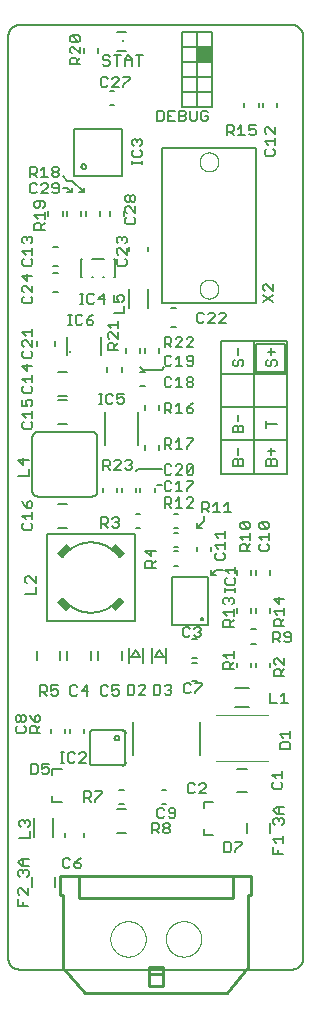
<source format=gto>
G75*
%MOIN*%
%OFA0B0*%
%FSLAX25Y25*%
%IPPOS*%
%LPD*%
%AMOC8*
5,1,8,0,0,1.08239X$1,22.5*
%
%ADD10C,0.00787*%
%ADD11C,0.00600*%
%ADD12C,0.00000*%
%ADD13C,0.00500*%
%ADD14R,0.05000X0.05000*%
%ADD15R,0.00787X0.00787*%
%ADD16C,0.00400*%
%ADD17C,0.01000*%
%ADD18C,0.00060*%
%ADD19C,0.00800*%
%ADD20R,0.04331X0.02264*%
%ADD21C,0.00787*%
D10*
X0024262Y0036933D02*
X0024262Y0040083D01*
X0025049Y0053469D02*
X0025049Y0059768D01*
X0031349Y0059768D02*
X0031349Y0053469D01*
X0035286Y0053469D02*
X0035286Y0055043D01*
X0032136Y0040083D02*
X0032136Y0036933D01*
X0041585Y0053469D02*
X0041585Y0055043D01*
X0052608Y0055043D02*
X0055758Y0055043D01*
X0055758Y0062917D02*
X0052608Y0062917D01*
X0053396Y0064492D02*
X0054971Y0064492D01*
X0054971Y0069217D02*
X0053396Y0069217D01*
X0058120Y0081028D02*
X0058120Y0092051D01*
X0051821Y0086539D02*
X0051823Y0086595D01*
X0051829Y0086650D01*
X0051839Y0086704D01*
X0051852Y0086758D01*
X0051870Y0086811D01*
X0051891Y0086862D01*
X0051915Y0086912D01*
X0051943Y0086960D01*
X0051975Y0087006D01*
X0052009Y0087050D01*
X0052047Y0087091D01*
X0052087Y0087129D01*
X0052130Y0087164D01*
X0052175Y0087196D01*
X0052223Y0087225D01*
X0052272Y0087251D01*
X0052323Y0087273D01*
X0052375Y0087291D01*
X0052429Y0087305D01*
X0052484Y0087316D01*
X0052539Y0087323D01*
X0052594Y0087326D01*
X0052650Y0087325D01*
X0052705Y0087320D01*
X0052760Y0087311D01*
X0052814Y0087299D01*
X0052867Y0087282D01*
X0052919Y0087262D01*
X0052969Y0087238D01*
X0053017Y0087211D01*
X0053064Y0087181D01*
X0053108Y0087147D01*
X0053150Y0087110D01*
X0053188Y0087070D01*
X0053225Y0087028D01*
X0053258Y0086983D01*
X0053287Y0086937D01*
X0053314Y0086888D01*
X0053336Y0086837D01*
X0053356Y0086785D01*
X0053371Y0086731D01*
X0053383Y0086677D01*
X0053391Y0086622D01*
X0053395Y0086567D01*
X0053395Y0086511D01*
X0053391Y0086456D01*
X0053383Y0086401D01*
X0053371Y0086347D01*
X0053356Y0086293D01*
X0053336Y0086241D01*
X0053314Y0086190D01*
X0053287Y0086141D01*
X0053258Y0086095D01*
X0053225Y0086050D01*
X0053188Y0086008D01*
X0053150Y0085968D01*
X0053108Y0085931D01*
X0053064Y0085897D01*
X0053017Y0085867D01*
X0052969Y0085840D01*
X0052919Y0085816D01*
X0052867Y0085796D01*
X0052814Y0085779D01*
X0052760Y0085767D01*
X0052705Y0085758D01*
X0052650Y0085753D01*
X0052594Y0085752D01*
X0052539Y0085755D01*
X0052484Y0085762D01*
X0052429Y0085773D01*
X0052375Y0085787D01*
X0052323Y0085805D01*
X0052272Y0085827D01*
X0052223Y0085853D01*
X0052175Y0085882D01*
X0052130Y0085914D01*
X0052087Y0085949D01*
X0052047Y0085987D01*
X0052009Y0086028D01*
X0051975Y0086072D01*
X0051943Y0086118D01*
X0051915Y0086166D01*
X0051891Y0086216D01*
X0051870Y0086267D01*
X0051852Y0086320D01*
X0051839Y0086374D01*
X0051829Y0086428D01*
X0051823Y0086483D01*
X0051821Y0086539D01*
X0056545Y0111736D02*
X0056545Y0116461D01*
X0054183Y0115673D02*
X0054183Y0112524D01*
X0061270Y0111736D02*
X0061270Y0116461D01*
X0064419Y0116461D02*
X0064419Y0111736D01*
X0069144Y0111736D02*
X0069144Y0116461D01*
X0071112Y0124335D02*
X0071112Y0140083D01*
X0082923Y0140083D01*
X0082923Y0124335D01*
X0071112Y0124335D01*
X0077805Y0119610D02*
X0079380Y0119610D01*
X0079380Y0113311D02*
X0077805Y0113311D01*
X0077805Y0111736D02*
X0079380Y0111736D01*
X0079380Y0105437D02*
X0077805Y0105437D01*
X0080167Y0092051D02*
X0080167Y0081028D01*
X0069144Y0069217D02*
X0067569Y0069217D01*
X0067569Y0064492D02*
X0069144Y0064492D01*
X0091978Y0096776D02*
X0096703Y0096776D01*
X0096703Y0103075D02*
X0091978Y0103075D01*
X0092766Y0110161D02*
X0092766Y0111736D01*
X0097490Y0111736D02*
X0097490Y0110161D01*
X0099065Y0110161D02*
X0099065Y0111736D01*
X0099065Y0118035D02*
X0097490Y0118035D01*
X0097490Y0122760D02*
X0099065Y0122760D01*
X0099065Y0128272D02*
X0099065Y0129846D01*
X0097490Y0129846D02*
X0097490Y0128272D01*
X0092766Y0128272D02*
X0092766Y0129846D01*
X0092766Y0140870D02*
X0092766Y0142445D01*
X0097490Y0142445D02*
X0097490Y0140870D01*
X0099065Y0140870D02*
X0099065Y0142445D01*
X0103789Y0142445D02*
X0103789Y0140870D01*
X0103789Y0129846D02*
X0103789Y0128272D01*
X0103789Y0111736D02*
X0103789Y0110161D01*
X0095915Y0076303D02*
X0092766Y0076303D01*
X0092766Y0068429D02*
X0095915Y0068429D01*
X0095915Y0058193D02*
X0095915Y0055043D01*
X0103789Y0055043D02*
X0103789Y0058193D01*
X0085679Y0140870D02*
X0084104Y0140870D01*
X0084104Y0142445D01*
X0085679Y0142445D02*
X0084104Y0140870D01*
X0085679Y0142445D02*
X0088041Y0142445D01*
X0084104Y0148744D02*
X0084104Y0150319D01*
X0079380Y0156618D02*
X0081742Y0158980D01*
X0081742Y0160555D01*
X0080955Y0156618D02*
X0079380Y0156618D01*
X0079380Y0158193D01*
X0079380Y0150319D02*
X0079380Y0148744D01*
X0073081Y0148744D02*
X0071506Y0148744D01*
X0071506Y0150319D02*
X0073081Y0150319D01*
X0073081Y0155043D02*
X0071506Y0155043D01*
X0071506Y0156618D02*
X0073081Y0156618D01*
X0073081Y0161343D02*
X0071506Y0161343D01*
X0067569Y0170791D02*
X0065994Y0170791D01*
X0065207Y0170004D02*
X0065207Y0168429D01*
X0067569Y0176303D02*
X0059695Y0176303D01*
X0058908Y0175516D01*
X0058908Y0170004D02*
X0058908Y0168429D01*
X0060482Y0168429D02*
X0060482Y0170004D01*
X0060482Y0161343D02*
X0058908Y0161343D01*
X0058908Y0156618D02*
X0060482Y0156618D01*
X0054183Y0168429D02*
X0054183Y0170004D01*
X0052608Y0170004D02*
X0052608Y0168429D01*
X0047884Y0168429D02*
X0047884Y0170004D01*
X0036073Y0164492D02*
X0032923Y0164492D01*
X0032923Y0156618D02*
X0036073Y0156618D01*
X0036073Y0191264D02*
X0032923Y0191264D01*
X0032923Y0199138D02*
X0036073Y0199138D01*
X0036073Y0200713D02*
X0032923Y0200713D01*
X0032923Y0208587D02*
X0036073Y0208587D01*
X0032136Y0217248D02*
X0032136Y0218823D01*
X0025837Y0218823D02*
X0025837Y0217248D01*
X0031349Y0235358D02*
X0032923Y0235358D01*
X0032923Y0241657D02*
X0031349Y0241657D01*
X0031349Y0244020D02*
X0032923Y0244020D01*
X0032923Y0250319D02*
X0031349Y0250319D01*
X0029774Y0260555D02*
X0029774Y0262130D01*
X0034498Y0262130D02*
X0034498Y0260555D01*
X0036073Y0260555D02*
X0036073Y0262130D01*
X0036073Y0268429D02*
X0037648Y0268429D01*
X0037648Y0270004D01*
X0036073Y0270004D02*
X0037648Y0268429D01*
X0036073Y0270004D02*
X0034498Y0270004D01*
X0036073Y0272366D02*
X0034498Y0273941D01*
X0036073Y0272366D02*
X0037648Y0272366D01*
X0041585Y0268429D01*
X0041585Y0270004D01*
X0041585Y0268429D02*
X0040010Y0268429D01*
X0040797Y0262130D02*
X0040797Y0260555D01*
X0042372Y0260555D02*
X0042372Y0262130D01*
X0047097Y0262130D02*
X0047097Y0260555D01*
X0050246Y0260555D02*
X0050246Y0262130D01*
X0054971Y0262130D02*
X0054971Y0260555D01*
X0056545Y0250319D02*
X0056545Y0248744D01*
X0056545Y0236146D02*
X0056545Y0229846D01*
X0055758Y0216461D02*
X0055758Y0214886D01*
X0054183Y0210161D02*
X0054183Y0208587D01*
X0049459Y0208587D02*
X0049459Y0210161D01*
X0060482Y0210161D02*
X0061270Y0209374D01*
X0067569Y0209374D01*
X0068356Y0210161D01*
X0066782Y0214886D02*
X0066782Y0216461D01*
X0062057Y0216461D02*
X0062057Y0214886D01*
X0060482Y0214886D02*
X0060482Y0216461D01*
X0060482Y0208587D02*
X0062057Y0208587D01*
X0062057Y0203862D02*
X0060482Y0203862D01*
X0062057Y0197563D02*
X0062057Y0195988D01*
X0066782Y0195988D02*
X0066782Y0197563D01*
X0066782Y0184177D02*
X0066782Y0182602D01*
X0062057Y0182602D02*
X0062057Y0184177D01*
X0070719Y0223547D02*
X0072293Y0223547D01*
X0072293Y0229846D02*
X0070719Y0229846D01*
X0067569Y0231421D02*
X0067569Y0283390D01*
X0099065Y0283390D01*
X0099065Y0231421D01*
X0067569Y0231421D01*
X0062845Y0229846D02*
X0062845Y0236146D01*
X0062845Y0248744D02*
X0062845Y0250319D01*
X0051821Y0297563D02*
X0050246Y0297563D01*
X0050246Y0302287D02*
X0051821Y0302287D01*
X0052608Y0315673D02*
X0055758Y0315673D01*
X0055758Y0321972D02*
X0052608Y0321972D01*
X0046309Y0316461D02*
X0046309Y0314886D01*
X0041585Y0314886D02*
X0041585Y0316461D01*
X0087254Y0218823D02*
X0087254Y0207799D01*
X0109301Y0207799D01*
X0109301Y0196776D01*
X0087254Y0196776D01*
X0087254Y0207799D01*
X0087254Y0196776D02*
X0087254Y0185752D01*
X0109301Y0185752D01*
X0109301Y0174728D01*
X0098278Y0174728D01*
X0098278Y0218823D01*
X0109301Y0218823D01*
X0109301Y0207799D01*
X0108514Y0208587D02*
X0108514Y0218035D01*
X0099065Y0218035D01*
X0099065Y0208587D01*
X0108514Y0208587D01*
X0109301Y0196776D02*
X0109301Y0185752D01*
X0098278Y0174728D02*
X0087254Y0174728D01*
X0087254Y0185752D01*
X0087254Y0218823D02*
X0098278Y0218823D01*
X0073081Y0144020D02*
X0071506Y0144020D01*
X0046309Y0115673D02*
X0046309Y0112524D01*
X0043947Y0112524D02*
X0043947Y0115673D01*
X0036073Y0115673D02*
X0036073Y0112524D01*
X0033711Y0112524D02*
X0033711Y0115673D01*
X0025837Y0115673D02*
X0025837Y0112524D01*
X0030561Y0089689D02*
X0030561Y0088114D01*
X0035286Y0088114D02*
X0035286Y0089689D01*
X0036860Y0089689D02*
X0036860Y0088114D01*
X0041585Y0088114D02*
X0041585Y0089689D01*
X0095128Y0296776D02*
X0095128Y0298350D01*
X0099852Y0298350D02*
X0099852Y0296776D01*
X0101427Y0296776D02*
X0101427Y0298350D01*
X0106152Y0298350D02*
X0106152Y0296776D01*
D11*
X0105265Y0290287D02*
X0105265Y0288018D01*
X0102996Y0290287D01*
X0102429Y0290287D01*
X0101862Y0289720D01*
X0101862Y0288586D01*
X0102429Y0288018D01*
X0101862Y0285470D02*
X0105265Y0285470D01*
X0105265Y0286604D02*
X0105265Y0284335D01*
X0104698Y0282921D02*
X0105265Y0282354D01*
X0105265Y0281219D01*
X0104698Y0280652D01*
X0102429Y0280652D01*
X0101862Y0281219D01*
X0101862Y0282354D01*
X0102429Y0282921D01*
X0102996Y0284335D02*
X0101862Y0285470D01*
X0098876Y0287993D02*
X0098309Y0287426D01*
X0097174Y0287426D01*
X0096607Y0287993D01*
X0096607Y0289127D02*
X0097741Y0289695D01*
X0098309Y0289695D01*
X0098876Y0289127D01*
X0098876Y0287993D01*
X0098876Y0290829D02*
X0096607Y0290829D01*
X0096607Y0289127D01*
X0095193Y0287426D02*
X0092924Y0287426D01*
X0094058Y0287426D02*
X0094058Y0290829D01*
X0092924Y0289695D01*
X0091509Y0290262D02*
X0091509Y0289127D01*
X0090942Y0288560D01*
X0089241Y0288560D01*
X0089241Y0287426D02*
X0089241Y0290829D01*
X0090942Y0290829D01*
X0091509Y0290262D01*
X0090375Y0288560D02*
X0091509Y0287426D01*
X0082990Y0292855D02*
X0082990Y0293990D01*
X0081856Y0293990D01*
X0082990Y0295124D02*
X0082423Y0295691D01*
X0081288Y0295691D01*
X0080721Y0295124D01*
X0080721Y0292855D01*
X0081288Y0292288D01*
X0082423Y0292288D01*
X0082990Y0292855D01*
X0079307Y0292855D02*
X0079307Y0295691D01*
X0079307Y0292855D02*
X0078740Y0292288D01*
X0077605Y0292288D01*
X0077038Y0292855D01*
X0077038Y0295691D01*
X0075624Y0295124D02*
X0075624Y0294557D01*
X0075056Y0293990D01*
X0073355Y0293990D01*
X0073355Y0295691D02*
X0073355Y0292288D01*
X0075056Y0292288D01*
X0075624Y0292855D01*
X0075624Y0293422D01*
X0075056Y0293990D01*
X0075624Y0295124D02*
X0075056Y0295691D01*
X0073355Y0295691D01*
X0071940Y0295691D02*
X0069672Y0295691D01*
X0069672Y0292288D01*
X0071940Y0292288D01*
X0070806Y0293990D02*
X0069672Y0293990D01*
X0068257Y0295124D02*
X0067690Y0295691D01*
X0065989Y0295691D01*
X0065989Y0292288D01*
X0067690Y0292288D01*
X0068257Y0292855D01*
X0068257Y0295124D01*
X0060466Y0286212D02*
X0061033Y0285645D01*
X0061033Y0284511D01*
X0060466Y0283944D01*
X0060466Y0282529D02*
X0061033Y0281962D01*
X0061033Y0280828D01*
X0060466Y0280260D01*
X0058197Y0280260D01*
X0057630Y0280828D01*
X0057630Y0281962D01*
X0058197Y0282529D01*
X0058197Y0283944D02*
X0057630Y0284511D01*
X0057630Y0285645D01*
X0058197Y0286212D01*
X0058764Y0286212D01*
X0059331Y0285645D01*
X0059898Y0286212D01*
X0060466Y0286212D01*
X0059331Y0285645D02*
X0059331Y0285078D01*
X0057630Y0278939D02*
X0057630Y0277805D01*
X0057630Y0278372D02*
X0061033Y0278372D01*
X0061033Y0277805D02*
X0061033Y0278939D01*
X0058241Y0267452D02*
X0058808Y0266885D01*
X0058808Y0265751D01*
X0058241Y0265184D01*
X0057674Y0265184D01*
X0057107Y0265751D01*
X0057107Y0266885D01*
X0057674Y0267452D01*
X0058241Y0267452D01*
X0057107Y0266885D02*
X0056540Y0267452D01*
X0055973Y0267452D01*
X0055405Y0266885D01*
X0055405Y0265751D01*
X0055973Y0265184D01*
X0056540Y0265184D01*
X0057107Y0265751D01*
X0056540Y0263769D02*
X0055973Y0263769D01*
X0055405Y0263202D01*
X0055405Y0262068D01*
X0055973Y0261501D01*
X0055973Y0260086D02*
X0055405Y0259519D01*
X0055405Y0258385D01*
X0055973Y0257817D01*
X0058241Y0257817D01*
X0058808Y0258385D01*
X0058808Y0259519D01*
X0058241Y0260086D01*
X0058808Y0261501D02*
X0056540Y0263769D01*
X0058808Y0263769D02*
X0058808Y0261501D01*
X0055403Y0253679D02*
X0055970Y0253112D01*
X0055970Y0251978D01*
X0055403Y0251410D01*
X0055970Y0249996D02*
X0055970Y0247727D01*
X0053701Y0249996D01*
X0053134Y0249996D01*
X0052567Y0249429D01*
X0052567Y0248294D01*
X0053134Y0247727D01*
X0053134Y0246313D02*
X0052567Y0245746D01*
X0052567Y0244611D01*
X0053134Y0244044D01*
X0055403Y0244044D01*
X0055970Y0244611D01*
X0055970Y0245746D01*
X0055403Y0246313D01*
X0053134Y0251410D02*
X0052567Y0251978D01*
X0052567Y0253112D01*
X0053134Y0253679D01*
X0053701Y0253679D01*
X0054268Y0253112D01*
X0054835Y0253679D01*
X0055403Y0253679D01*
X0054268Y0253112D02*
X0054268Y0252545D01*
X0051908Y0246323D02*
X0051537Y0246323D01*
X0051908Y0246323D02*
X0051908Y0240142D01*
X0051537Y0240142D01*
X0051642Y0234110D02*
X0051642Y0231841D01*
X0053343Y0231841D01*
X0052776Y0232976D01*
X0052776Y0233543D01*
X0053343Y0234110D01*
X0054477Y0234110D01*
X0055045Y0233543D01*
X0055045Y0232409D01*
X0054477Y0231841D01*
X0055045Y0230427D02*
X0055045Y0228158D01*
X0051642Y0228158D01*
X0052958Y0225470D02*
X0052958Y0223202D01*
X0052958Y0224336D02*
X0049555Y0224336D01*
X0050689Y0223202D01*
X0050689Y0221787D02*
X0050122Y0221787D01*
X0049555Y0221220D01*
X0049555Y0220086D01*
X0050122Y0219519D01*
X0050122Y0218104D02*
X0051257Y0218104D01*
X0051824Y0217537D01*
X0051824Y0215835D01*
X0052958Y0215835D02*
X0049555Y0215835D01*
X0049555Y0217537D01*
X0050122Y0218104D01*
X0052958Y0219519D02*
X0050689Y0221787D01*
X0052958Y0218104D02*
X0051824Y0216970D01*
X0052958Y0219519D02*
X0052958Y0221787D01*
X0048190Y0231245D02*
X0048190Y0234648D01*
X0046489Y0232946D01*
X0048758Y0232946D01*
X0048364Y0240142D02*
X0047994Y0240142D01*
X0048364Y0246323D02*
X0044254Y0246323D01*
X0041081Y0246323D02*
X0040711Y0246323D01*
X0040711Y0240142D01*
X0041081Y0240142D01*
X0044254Y0240142D02*
X0044624Y0240142D01*
X0044507Y0234648D02*
X0043373Y0234648D01*
X0042806Y0234081D01*
X0042806Y0231812D01*
X0043373Y0231245D01*
X0044507Y0231245D01*
X0045074Y0231812D01*
X0045074Y0234081D02*
X0044507Y0234648D01*
X0044792Y0227652D02*
X0043658Y0227085D01*
X0042523Y0225950D01*
X0044225Y0225950D01*
X0044792Y0225383D01*
X0044792Y0224816D01*
X0044225Y0224249D01*
X0043090Y0224249D01*
X0042523Y0224816D01*
X0042523Y0225950D01*
X0041109Y0224816D02*
X0040542Y0224249D01*
X0039407Y0224249D01*
X0038840Y0224816D01*
X0038840Y0227085D01*
X0039407Y0227652D01*
X0040542Y0227652D01*
X0041109Y0227085D01*
X0040918Y0231245D02*
X0040918Y0234648D01*
X0041485Y0234648D02*
X0040350Y0234648D01*
X0040350Y0231245D02*
X0041485Y0231245D01*
X0037519Y0227652D02*
X0036385Y0227652D01*
X0036952Y0227652D02*
X0036952Y0224249D01*
X0036385Y0224249D02*
X0037519Y0224249D01*
X0035982Y0220323D02*
X0035982Y0214173D01*
X0046609Y0201266D02*
X0047743Y0201266D01*
X0047176Y0201266D02*
X0047176Y0197863D01*
X0046609Y0197863D02*
X0047743Y0197863D01*
X0049065Y0198430D02*
X0049065Y0200699D01*
X0049632Y0201266D01*
X0050766Y0201266D01*
X0051333Y0200699D01*
X0051333Y0198430D02*
X0050766Y0197863D01*
X0049632Y0197863D01*
X0049065Y0198430D01*
X0052748Y0198430D02*
X0053315Y0197863D01*
X0054449Y0197863D01*
X0055016Y0198430D01*
X0055016Y0199564D01*
X0054449Y0200132D01*
X0053882Y0200132D01*
X0052748Y0199564D01*
X0052748Y0201266D01*
X0055016Y0201266D01*
X0047183Y0214173D02*
X0047183Y0220323D01*
X0048046Y0179356D02*
X0049748Y0179356D01*
X0050315Y0178789D01*
X0050315Y0177655D01*
X0049748Y0177088D01*
X0048046Y0177088D01*
X0048046Y0175954D02*
X0048046Y0179356D01*
X0049180Y0177088D02*
X0050315Y0175954D01*
X0051729Y0175954D02*
X0053998Y0178222D01*
X0053998Y0178789D01*
X0053431Y0179356D01*
X0052296Y0179356D01*
X0051729Y0178789D01*
X0051729Y0175954D02*
X0053998Y0175954D01*
X0055412Y0176521D02*
X0055980Y0175954D01*
X0057114Y0175954D01*
X0057681Y0176521D01*
X0057681Y0177088D01*
X0057114Y0177655D01*
X0056547Y0177655D01*
X0057114Y0177655D02*
X0057681Y0178222D01*
X0057681Y0178789D01*
X0057114Y0179356D01*
X0055980Y0179356D01*
X0055412Y0178789D01*
X0052639Y0160120D02*
X0051505Y0160120D01*
X0050938Y0159553D01*
X0049523Y0159553D02*
X0049523Y0158419D01*
X0048956Y0157852D01*
X0047255Y0157852D01*
X0048389Y0157852D02*
X0049523Y0156717D01*
X0050938Y0157284D02*
X0051505Y0156717D01*
X0052639Y0156717D01*
X0053206Y0157284D01*
X0053206Y0157852D01*
X0052639Y0158419D01*
X0052072Y0158419D01*
X0052639Y0158419D02*
X0053206Y0158986D01*
X0053206Y0159553D01*
X0052639Y0160120D01*
X0049523Y0159553D02*
X0048956Y0160120D01*
X0047255Y0160120D01*
X0047255Y0156717D01*
X0062153Y0148779D02*
X0063855Y0147078D01*
X0063855Y0149346D01*
X0065556Y0148779D02*
X0062153Y0148779D01*
X0062721Y0145663D02*
X0062153Y0145096D01*
X0062153Y0143394D01*
X0065556Y0143394D01*
X0064422Y0143394D02*
X0064422Y0145096D01*
X0063855Y0145663D01*
X0062721Y0145663D01*
X0064422Y0144529D02*
X0065556Y0145663D01*
X0068519Y0163355D02*
X0068519Y0166758D01*
X0070220Y0166758D01*
X0070787Y0166191D01*
X0070787Y0165057D01*
X0070220Y0164489D01*
X0068519Y0164489D01*
X0069653Y0164489D02*
X0070787Y0163355D01*
X0072202Y0163355D02*
X0074470Y0163355D01*
X0073336Y0163355D02*
X0073336Y0166758D01*
X0072202Y0165624D01*
X0072202Y0168867D02*
X0074470Y0168867D01*
X0073336Y0168867D02*
X0073336Y0172270D01*
X0072202Y0171136D01*
X0070787Y0171703D02*
X0070220Y0172270D01*
X0069086Y0172270D01*
X0068519Y0171703D01*
X0068519Y0169434D01*
X0069086Y0168867D01*
X0070220Y0168867D01*
X0070787Y0169434D01*
X0070220Y0174379D02*
X0070787Y0174946D01*
X0070220Y0174379D02*
X0069086Y0174379D01*
X0068519Y0174946D01*
X0068519Y0177214D01*
X0069086Y0177782D01*
X0070220Y0177782D01*
X0070787Y0177214D01*
X0072202Y0177214D02*
X0072769Y0177782D01*
X0073903Y0177782D01*
X0074470Y0177214D01*
X0074470Y0176647D01*
X0072202Y0174379D01*
X0074470Y0174379D01*
X0075885Y0174946D02*
X0075885Y0177214D01*
X0076452Y0177782D01*
X0077586Y0177782D01*
X0078153Y0177214D01*
X0075885Y0174946D01*
X0076452Y0174379D01*
X0077586Y0174379D01*
X0078153Y0174946D01*
X0078153Y0177214D01*
X0078153Y0172270D02*
X0075885Y0172270D01*
X0078153Y0171703D02*
X0075885Y0169434D01*
X0075885Y0168867D01*
X0076452Y0166758D02*
X0075885Y0166191D01*
X0076452Y0166758D02*
X0077586Y0166758D01*
X0078153Y0166191D01*
X0078153Y0165624D01*
X0075885Y0163355D01*
X0078153Y0163355D01*
X0081117Y0162915D02*
X0082818Y0162915D01*
X0083386Y0163482D01*
X0083386Y0164616D01*
X0082818Y0165183D01*
X0081117Y0165183D01*
X0081117Y0161780D01*
X0082251Y0162915D02*
X0083386Y0161780D01*
X0084800Y0161780D02*
X0087069Y0161780D01*
X0085934Y0161780D02*
X0085934Y0165183D01*
X0084800Y0164049D01*
X0088483Y0164049D02*
X0089618Y0165183D01*
X0089618Y0161780D01*
X0090752Y0161780D02*
X0088483Y0161780D01*
X0088730Y0155641D02*
X0088730Y0153373D01*
X0088730Y0154507D02*
X0085327Y0154507D01*
X0086461Y0153373D01*
X0085327Y0150824D02*
X0088730Y0150824D01*
X0088730Y0149690D02*
X0088730Y0151958D01*
X0088162Y0148275D02*
X0088730Y0147708D01*
X0088730Y0146574D01*
X0088162Y0146006D01*
X0085894Y0146006D01*
X0085327Y0146574D01*
X0085327Y0147708D01*
X0085894Y0148275D01*
X0086461Y0149690D02*
X0085327Y0150824D01*
X0088732Y0142558D02*
X0092135Y0142558D01*
X0092135Y0141424D02*
X0092135Y0143693D01*
X0089867Y0141424D02*
X0088732Y0142558D01*
X0089299Y0140009D02*
X0088732Y0139442D01*
X0088732Y0138308D01*
X0089299Y0137741D01*
X0091568Y0137741D01*
X0092135Y0138308D01*
X0092135Y0139442D01*
X0091568Y0140009D01*
X0092135Y0136420D02*
X0092135Y0135285D01*
X0092135Y0135853D02*
X0088732Y0135853D01*
X0088732Y0136420D02*
X0088732Y0135285D01*
X0088705Y0133344D02*
X0089272Y0133344D01*
X0089839Y0132777D01*
X0090406Y0133344D01*
X0090973Y0133344D01*
X0091541Y0132777D01*
X0091541Y0131643D01*
X0090973Y0131076D01*
X0091541Y0129661D02*
X0091541Y0127393D01*
X0091541Y0128527D02*
X0088138Y0128527D01*
X0089272Y0127393D01*
X0088705Y0125978D02*
X0088138Y0125411D01*
X0088138Y0123709D01*
X0091541Y0123709D01*
X0090406Y0123709D02*
X0090406Y0125411D01*
X0089839Y0125978D01*
X0088705Y0125978D01*
X0090406Y0124844D02*
X0091541Y0125978D01*
X0088705Y0131076D02*
X0088138Y0131643D01*
X0088138Y0132777D01*
X0088705Y0133344D01*
X0089839Y0132777D02*
X0089839Y0132210D01*
X0091541Y0115488D02*
X0091541Y0113219D01*
X0091541Y0114354D02*
X0088138Y0114354D01*
X0089272Y0113219D01*
X0088705Y0111805D02*
X0088138Y0111238D01*
X0088138Y0109536D01*
X0091541Y0109536D01*
X0090406Y0109536D02*
X0090406Y0111238D01*
X0089839Y0111805D01*
X0088705Y0111805D01*
X0090406Y0110671D02*
X0091541Y0111805D01*
X0080903Y0104864D02*
X0080903Y0104297D01*
X0078635Y0102029D01*
X0078635Y0101461D01*
X0077220Y0102029D02*
X0076653Y0101461D01*
X0075519Y0101461D01*
X0074952Y0102029D01*
X0074952Y0104297D01*
X0075519Y0104864D01*
X0076653Y0104864D01*
X0077220Y0104297D01*
X0078635Y0104864D02*
X0080903Y0104864D01*
X0080065Y0120186D02*
X0078930Y0120186D01*
X0078363Y0120753D01*
X0076949Y0120753D02*
X0076381Y0120186D01*
X0075247Y0120186D01*
X0074680Y0120753D01*
X0074680Y0123022D01*
X0075247Y0123589D01*
X0076381Y0123589D01*
X0076949Y0123022D01*
X0078363Y0123022D02*
X0078930Y0123589D01*
X0080065Y0123589D01*
X0080632Y0123022D01*
X0080632Y0122454D01*
X0080065Y0121887D01*
X0080632Y0121320D01*
X0080632Y0120753D01*
X0080065Y0120186D01*
X0080065Y0121887D02*
X0079497Y0121887D01*
X0070218Y0104353D02*
X0070785Y0103785D01*
X0070785Y0103218D01*
X0070218Y0102651D01*
X0070785Y0102084D01*
X0070785Y0101517D01*
X0070218Y0100950D01*
X0069084Y0100950D01*
X0068517Y0101517D01*
X0067102Y0101517D02*
X0067102Y0103785D01*
X0066535Y0104353D01*
X0064833Y0104353D01*
X0064833Y0100950D01*
X0066535Y0100950D01*
X0067102Y0101517D01*
X0068517Y0103785D02*
X0069084Y0104353D01*
X0070218Y0104353D01*
X0070218Y0102651D02*
X0069651Y0102651D01*
X0068356Y0113705D02*
X0065207Y0113705D01*
X0066782Y0116067D01*
X0068356Y0113705D01*
X0061557Y0104353D02*
X0060422Y0104353D01*
X0059855Y0103785D01*
X0058441Y0103785D02*
X0058441Y0101517D01*
X0057873Y0100950D01*
X0056172Y0100950D01*
X0056172Y0104353D01*
X0057873Y0104353D01*
X0058441Y0103785D01*
X0059855Y0100950D02*
X0062124Y0103218D01*
X0062124Y0103785D01*
X0061557Y0104353D01*
X0062124Y0100950D02*
X0059855Y0100950D01*
X0060482Y0113705D02*
X0057333Y0113705D01*
X0058908Y0116067D01*
X0060482Y0113705D01*
X0053344Y0104077D02*
X0051076Y0104077D01*
X0051076Y0102375D01*
X0052210Y0102943D01*
X0052777Y0102943D01*
X0053344Y0102375D01*
X0053344Y0101241D01*
X0052777Y0100674D01*
X0051643Y0100674D01*
X0051076Y0101241D01*
X0049661Y0101241D02*
X0049094Y0100674D01*
X0047960Y0100674D01*
X0047392Y0101241D01*
X0047392Y0103510D01*
X0047960Y0104077D01*
X0049094Y0104077D01*
X0049661Y0103510D01*
X0054262Y0089256D02*
X0044577Y0089256D01*
X0044616Y0089256D02*
X0044554Y0089254D01*
X0044493Y0089248D01*
X0044432Y0089239D01*
X0044371Y0089225D01*
X0044312Y0089208D01*
X0044254Y0089187D01*
X0044197Y0089162D01*
X0044142Y0089134D01*
X0044089Y0089103D01*
X0044038Y0089068D01*
X0043989Y0089030D01*
X0043942Y0088989D01*
X0043899Y0088946D01*
X0043858Y0088899D01*
X0043820Y0088850D01*
X0043785Y0088799D01*
X0043754Y0088746D01*
X0043726Y0088691D01*
X0043701Y0088634D01*
X0043680Y0088576D01*
X0043663Y0088517D01*
X0043649Y0088456D01*
X0043640Y0088395D01*
X0043634Y0088334D01*
X0043632Y0088272D01*
X0043632Y0078547D01*
X0043634Y0078485D01*
X0043640Y0078424D01*
X0043649Y0078363D01*
X0043663Y0078302D01*
X0043680Y0078243D01*
X0043701Y0078185D01*
X0043726Y0078128D01*
X0043754Y0078073D01*
X0043785Y0078020D01*
X0043820Y0077969D01*
X0043858Y0077920D01*
X0043899Y0077873D01*
X0043942Y0077830D01*
X0043989Y0077789D01*
X0044038Y0077751D01*
X0044089Y0077716D01*
X0044142Y0077685D01*
X0044197Y0077657D01*
X0044254Y0077632D01*
X0044312Y0077611D01*
X0044371Y0077594D01*
X0044432Y0077580D01*
X0044493Y0077571D01*
X0044554Y0077565D01*
X0044616Y0077563D01*
X0044577Y0077563D02*
X0054262Y0077563D01*
X0055286Y0078547D02*
X0055286Y0088232D01*
X0047695Y0068782D02*
X0047695Y0068214D01*
X0045426Y0065946D01*
X0045426Y0065379D01*
X0044011Y0065379D02*
X0042877Y0066513D01*
X0043444Y0066513D02*
X0041743Y0066513D01*
X0041743Y0065379D02*
X0041743Y0068782D01*
X0043444Y0068782D01*
X0044011Y0068214D01*
X0044011Y0067080D01*
X0043444Y0066513D01*
X0045426Y0068782D02*
X0047695Y0068782D01*
X0042321Y0078351D02*
X0040052Y0078351D01*
X0042321Y0080620D01*
X0042321Y0081187D01*
X0041753Y0081754D01*
X0040619Y0081754D01*
X0040052Y0081187D01*
X0038637Y0081187D02*
X0038070Y0081754D01*
X0036936Y0081754D01*
X0036369Y0081187D01*
X0036369Y0078918D01*
X0036936Y0078351D01*
X0038070Y0078351D01*
X0038637Y0078918D01*
X0035048Y0078351D02*
X0033913Y0078351D01*
X0034481Y0078351D02*
X0034481Y0081754D01*
X0035048Y0081754D02*
X0033913Y0081754D01*
X0034311Y0076391D02*
X0031111Y0076391D01*
X0031111Y0074191D01*
X0029860Y0075119D02*
X0029293Y0074552D01*
X0028159Y0074552D01*
X0027591Y0075119D01*
X0027591Y0076253D02*
X0028726Y0076821D01*
X0029293Y0076821D01*
X0029860Y0076253D01*
X0029860Y0075119D01*
X0027591Y0076253D02*
X0027591Y0077955D01*
X0029860Y0077955D01*
X0026177Y0077388D02*
X0026177Y0075119D01*
X0025610Y0074552D01*
X0023908Y0074552D01*
X0023908Y0077955D01*
X0025610Y0077955D01*
X0026177Y0077388D01*
X0025839Y0088276D02*
X0025839Y0089978D01*
X0025272Y0090545D01*
X0024138Y0090545D01*
X0023571Y0089978D01*
X0023571Y0088276D01*
X0026974Y0088276D01*
X0025839Y0089411D02*
X0026974Y0090545D01*
X0026407Y0091960D02*
X0026974Y0092527D01*
X0026974Y0093661D01*
X0026407Y0094228D01*
X0025839Y0094228D01*
X0025272Y0093661D01*
X0025272Y0091960D01*
X0026407Y0091960D01*
X0025272Y0091960D02*
X0024138Y0093094D01*
X0023571Y0094228D01*
X0022249Y0093661D02*
X0022249Y0092527D01*
X0021682Y0091960D01*
X0021115Y0091960D01*
X0020548Y0092527D01*
X0020548Y0093661D01*
X0021115Y0094228D01*
X0021682Y0094228D01*
X0022249Y0093661D01*
X0020548Y0093661D02*
X0019981Y0094228D01*
X0019414Y0094228D01*
X0018846Y0093661D01*
X0018846Y0092527D01*
X0019414Y0091960D01*
X0019981Y0091960D01*
X0020548Y0092527D01*
X0021682Y0090545D02*
X0022249Y0089978D01*
X0022249Y0088844D01*
X0021682Y0088276D01*
X0019414Y0088276D01*
X0018846Y0088844D01*
X0018846Y0089978D01*
X0019414Y0090545D01*
X0026920Y0100674D02*
X0026920Y0104077D01*
X0028621Y0104077D01*
X0029189Y0103510D01*
X0029189Y0102375D01*
X0028621Y0101808D01*
X0026920Y0101808D01*
X0028054Y0101808D02*
X0029189Y0100674D01*
X0030603Y0101241D02*
X0031170Y0100674D01*
X0032305Y0100674D01*
X0032872Y0101241D01*
X0032872Y0102375D01*
X0032305Y0102943D01*
X0031737Y0102943D01*
X0030603Y0102375D01*
X0030603Y0104077D01*
X0032872Y0104077D01*
X0037156Y0103510D02*
X0037156Y0101241D01*
X0037723Y0100674D01*
X0038858Y0100674D01*
X0039425Y0101241D01*
X0039425Y0103510D02*
X0038858Y0104077D01*
X0037723Y0104077D01*
X0037156Y0103510D01*
X0040839Y0102375D02*
X0043108Y0102375D01*
X0042541Y0100674D02*
X0042541Y0104077D01*
X0040839Y0102375D01*
X0031111Y0067391D02*
X0031111Y0065191D01*
X0034311Y0065191D01*
X0035361Y0046597D02*
X0034794Y0046029D01*
X0034794Y0043761D01*
X0035361Y0043194D01*
X0036495Y0043194D01*
X0037063Y0043761D01*
X0037063Y0046029D02*
X0036495Y0046597D01*
X0035361Y0046597D01*
X0038477Y0044895D02*
X0040179Y0044895D01*
X0040746Y0044328D01*
X0040746Y0043761D01*
X0040179Y0043194D01*
X0039044Y0043194D01*
X0038477Y0043761D01*
X0038477Y0044895D01*
X0039611Y0046029D01*
X0040746Y0046597D01*
X0023175Y0046334D02*
X0020906Y0046334D01*
X0019772Y0045200D01*
X0020906Y0044066D01*
X0023175Y0044066D01*
X0022607Y0042651D02*
X0023175Y0042084D01*
X0023175Y0040950D01*
X0022607Y0040383D01*
X0021473Y0041517D02*
X0021473Y0042084D01*
X0022040Y0042651D01*
X0022607Y0042651D01*
X0021473Y0042084D02*
X0020906Y0042651D01*
X0020339Y0042651D01*
X0019772Y0042084D01*
X0019772Y0040950D01*
X0020339Y0040383D01*
X0020063Y0036610D02*
X0019496Y0036043D01*
X0019496Y0034909D01*
X0020063Y0034341D01*
X0019496Y0032927D02*
X0019496Y0030658D01*
X0022899Y0030658D01*
X0022899Y0034341D02*
X0020630Y0036610D01*
X0020063Y0036610D01*
X0021197Y0031793D02*
X0021197Y0030658D01*
X0022899Y0034341D02*
X0022899Y0036610D01*
X0021473Y0044066D02*
X0021473Y0046334D01*
X0020146Y0053355D02*
X0023549Y0053355D01*
X0023549Y0055624D01*
X0022981Y0057038D02*
X0023549Y0057605D01*
X0023549Y0058740D01*
X0022981Y0059307D01*
X0022414Y0059307D01*
X0021847Y0058740D01*
X0021847Y0058173D01*
X0021847Y0058740D02*
X0021280Y0059307D01*
X0020713Y0059307D01*
X0020146Y0058740D01*
X0020146Y0057605D01*
X0020713Y0057038D01*
X0022134Y0134477D02*
X0025537Y0134477D01*
X0025537Y0136746D01*
X0025537Y0138160D02*
X0023268Y0140429D01*
X0022701Y0140429D01*
X0022134Y0139862D01*
X0022134Y0138727D01*
X0022701Y0138160D01*
X0025537Y0138160D02*
X0025537Y0140429D01*
X0023907Y0155855D02*
X0021638Y0155855D01*
X0021071Y0156422D01*
X0021071Y0157557D01*
X0021638Y0158124D01*
X0022205Y0159538D02*
X0021071Y0160673D01*
X0024474Y0160673D01*
X0024474Y0161807D02*
X0024474Y0159538D01*
X0023907Y0158124D02*
X0024474Y0157557D01*
X0024474Y0156422D01*
X0023907Y0155855D01*
X0023907Y0163221D02*
X0024474Y0163789D01*
X0024474Y0164923D01*
X0023907Y0165490D01*
X0023339Y0165490D01*
X0022772Y0164923D01*
X0022772Y0163221D01*
X0023907Y0163221D01*
X0022772Y0163221D02*
X0021638Y0164356D01*
X0021071Y0165490D01*
X0019772Y0173847D02*
X0023175Y0173847D01*
X0023175Y0176116D01*
X0023175Y0179232D02*
X0019772Y0179232D01*
X0021473Y0177530D01*
X0021473Y0179799D01*
X0021638Y0189713D02*
X0021071Y0190281D01*
X0021071Y0191415D01*
X0021638Y0191982D01*
X0022205Y0193397D02*
X0021071Y0194531D01*
X0024474Y0194531D01*
X0024474Y0193397D02*
X0024474Y0195665D01*
X0023907Y0197080D02*
X0024474Y0197647D01*
X0024474Y0198781D01*
X0023907Y0199348D01*
X0022772Y0199348D01*
X0022205Y0198781D01*
X0022205Y0198214D01*
X0022772Y0197080D01*
X0021071Y0197080D01*
X0021071Y0199348D01*
X0021638Y0201524D02*
X0021071Y0202092D01*
X0021071Y0203226D01*
X0021638Y0203793D01*
X0022205Y0205208D02*
X0021071Y0206342D01*
X0024474Y0206342D01*
X0024474Y0205208D02*
X0024474Y0207476D01*
X0022772Y0208891D02*
X0022772Y0211159D01*
X0021071Y0210592D02*
X0022772Y0208891D01*
X0021071Y0210592D02*
X0024474Y0210592D01*
X0023907Y0213335D02*
X0024474Y0213903D01*
X0024474Y0215037D01*
X0023907Y0215604D01*
X0024474Y0217019D02*
X0022205Y0219287D01*
X0021638Y0219287D01*
X0021071Y0218720D01*
X0021071Y0217586D01*
X0021638Y0217019D01*
X0021638Y0215604D02*
X0021071Y0215037D01*
X0021071Y0213903D01*
X0021638Y0213335D01*
X0023907Y0213335D01*
X0024474Y0217019D02*
X0024474Y0219287D01*
X0024474Y0220702D02*
X0024474Y0222970D01*
X0024474Y0221836D02*
X0021071Y0221836D01*
X0022205Y0220702D01*
X0021638Y0231446D02*
X0021071Y0232013D01*
X0021071Y0233147D01*
X0021638Y0233714D01*
X0021638Y0235129D02*
X0021071Y0235696D01*
X0021071Y0236830D01*
X0021638Y0237397D01*
X0022205Y0237397D01*
X0024474Y0235129D01*
X0024474Y0237397D01*
X0022772Y0238812D02*
X0022772Y0241081D01*
X0021071Y0240513D02*
X0022772Y0238812D01*
X0021071Y0240513D02*
X0024474Y0240513D01*
X0023907Y0244044D02*
X0024474Y0244611D01*
X0024474Y0245746D01*
X0023907Y0246313D01*
X0024474Y0247727D02*
X0024474Y0249996D01*
X0024474Y0248862D02*
X0021071Y0248862D01*
X0022205Y0247727D01*
X0021638Y0246313D02*
X0021071Y0245746D01*
X0021071Y0244611D01*
X0021638Y0244044D01*
X0023907Y0244044D01*
X0023907Y0251410D02*
X0024474Y0251978D01*
X0024474Y0253112D01*
X0023907Y0253679D01*
X0023339Y0253679D01*
X0022772Y0253112D01*
X0022772Y0252545D01*
X0022772Y0253112D02*
X0022205Y0253679D01*
X0021638Y0253679D01*
X0021071Y0253112D01*
X0021071Y0251978D01*
X0021638Y0251410D01*
X0025146Y0255993D02*
X0025146Y0257694D01*
X0025713Y0258262D01*
X0026847Y0258262D01*
X0027414Y0257694D01*
X0027414Y0255993D01*
X0027414Y0257127D02*
X0028549Y0258262D01*
X0028549Y0259676D02*
X0028549Y0261945D01*
X0028549Y0260810D02*
X0025146Y0260810D01*
X0026280Y0259676D01*
X0026280Y0263359D02*
X0026847Y0263926D01*
X0026847Y0265628D01*
X0025713Y0265628D02*
X0025146Y0265061D01*
X0025146Y0263926D01*
X0025713Y0263359D01*
X0026280Y0263359D01*
X0025713Y0265628D02*
X0027981Y0265628D01*
X0028549Y0265061D01*
X0028549Y0263926D01*
X0027981Y0263359D01*
X0027320Y0268080D02*
X0029588Y0270348D01*
X0029588Y0270915D01*
X0029021Y0271482D01*
X0027887Y0271482D01*
X0027320Y0270915D01*
X0025905Y0270915D02*
X0025338Y0271482D01*
X0024204Y0271482D01*
X0023637Y0270915D01*
X0023637Y0268647D01*
X0024204Y0268080D01*
X0025338Y0268080D01*
X0025905Y0268647D01*
X0027320Y0268080D02*
X0029588Y0268080D01*
X0031003Y0268647D02*
X0031570Y0268080D01*
X0032704Y0268080D01*
X0033272Y0268647D01*
X0033272Y0270915D01*
X0032704Y0271482D01*
X0031570Y0271482D01*
X0031003Y0270915D01*
X0031003Y0270348D01*
X0031570Y0269781D01*
X0033272Y0269781D01*
X0032704Y0273591D02*
X0031570Y0273591D01*
X0031003Y0274158D01*
X0031003Y0274726D01*
X0031570Y0275293D01*
X0032704Y0275293D01*
X0033272Y0274726D01*
X0033272Y0274158D01*
X0032704Y0273591D01*
X0032704Y0275293D02*
X0033272Y0275860D01*
X0033272Y0276427D01*
X0032704Y0276994D01*
X0031570Y0276994D01*
X0031003Y0276427D01*
X0031003Y0275860D01*
X0031570Y0275293D01*
X0029588Y0273591D02*
X0027320Y0273591D01*
X0028454Y0273591D02*
X0028454Y0276994D01*
X0027320Y0275860D01*
X0025905Y0276427D02*
X0025905Y0275293D01*
X0025338Y0274726D01*
X0023637Y0274726D01*
X0024771Y0274726D02*
X0025905Y0273591D01*
X0025905Y0276427D02*
X0025338Y0276994D01*
X0023637Y0276994D01*
X0023637Y0273591D01*
X0025146Y0255993D02*
X0028549Y0255993D01*
X0023907Y0233714D02*
X0024474Y0233147D01*
X0024474Y0232013D01*
X0023907Y0231446D01*
X0021638Y0231446D01*
X0023907Y0203793D02*
X0024474Y0203226D01*
X0024474Y0202092D01*
X0023907Y0201524D01*
X0021638Y0201524D01*
X0023907Y0191982D02*
X0024474Y0191415D01*
X0024474Y0190281D01*
X0023907Y0189713D01*
X0021638Y0189713D01*
X0047826Y0303513D02*
X0048960Y0303513D01*
X0049527Y0304080D01*
X0050942Y0303513D02*
X0053211Y0305781D01*
X0053211Y0306348D01*
X0052643Y0306916D01*
X0051509Y0306916D01*
X0050942Y0306348D01*
X0049527Y0306348D02*
X0048960Y0306916D01*
X0047826Y0306916D01*
X0047259Y0306348D01*
X0047259Y0304080D01*
X0047826Y0303513D01*
X0048476Y0310737D02*
X0047908Y0311304D01*
X0048476Y0310737D02*
X0049610Y0310737D01*
X0050177Y0311304D01*
X0050177Y0311871D01*
X0049610Y0312438D01*
X0048476Y0312438D01*
X0047908Y0313006D01*
X0047908Y0313573D01*
X0048476Y0314140D01*
X0049610Y0314140D01*
X0050177Y0313573D01*
X0051592Y0314140D02*
X0053860Y0314140D01*
X0052726Y0314140D02*
X0052726Y0310737D01*
X0054625Y0306916D02*
X0056894Y0306916D01*
X0056894Y0306348D01*
X0054625Y0304080D01*
X0054625Y0303513D01*
X0053211Y0303513D02*
X0050942Y0303513D01*
X0055275Y0310737D02*
X0055275Y0313006D01*
X0056409Y0314140D01*
X0057543Y0313006D01*
X0057543Y0310737D01*
X0057543Y0312438D02*
X0055275Y0312438D01*
X0058958Y0314140D02*
X0061226Y0314140D01*
X0060092Y0314140D02*
X0060092Y0310737D01*
X0040360Y0311111D02*
X0036957Y0311111D01*
X0036957Y0312812D01*
X0037524Y0313380D01*
X0038658Y0313380D01*
X0039225Y0312812D01*
X0039225Y0311111D01*
X0039225Y0312245D02*
X0040360Y0313380D01*
X0040360Y0314794D02*
X0038091Y0317063D01*
X0037524Y0317063D01*
X0036957Y0316496D01*
X0036957Y0315361D01*
X0037524Y0314794D01*
X0037524Y0318477D02*
X0036957Y0319044D01*
X0036957Y0320179D01*
X0037524Y0320746D01*
X0039792Y0318477D01*
X0040360Y0319044D01*
X0040360Y0320179D01*
X0039792Y0320746D01*
X0037524Y0320746D01*
X0037524Y0318477D02*
X0039792Y0318477D01*
X0040360Y0317063D02*
X0040360Y0314794D01*
X0068519Y0220301D02*
X0070220Y0220301D01*
X0070787Y0219734D01*
X0070787Y0218600D01*
X0070220Y0218033D01*
X0068519Y0218033D01*
X0069653Y0218033D02*
X0070787Y0216898D01*
X0072202Y0216898D02*
X0074470Y0219167D01*
X0074470Y0219734D01*
X0073903Y0220301D01*
X0072769Y0220301D01*
X0072202Y0219734D01*
X0072202Y0216898D02*
X0074470Y0216898D01*
X0075885Y0216898D02*
X0078153Y0219167D01*
X0078153Y0219734D01*
X0077586Y0220301D01*
X0076452Y0220301D01*
X0075885Y0219734D01*
X0075885Y0216898D02*
X0078153Y0216898D01*
X0077586Y0214002D02*
X0076452Y0214002D01*
X0075885Y0213435D01*
X0075885Y0212868D01*
X0076452Y0212301D01*
X0078153Y0212301D01*
X0078153Y0213435D02*
X0078153Y0211166D01*
X0077586Y0210599D01*
X0076452Y0210599D01*
X0075885Y0211166D01*
X0074470Y0210599D02*
X0072202Y0210599D01*
X0073336Y0210599D02*
X0073336Y0214002D01*
X0072202Y0212868D01*
X0070787Y0213435D02*
X0070220Y0214002D01*
X0069086Y0214002D01*
X0068519Y0213435D01*
X0068519Y0211166D01*
X0069086Y0210599D01*
X0070220Y0210599D01*
X0070787Y0211166D01*
X0070220Y0206916D02*
X0069086Y0206916D01*
X0068519Y0206348D01*
X0068519Y0204080D01*
X0069086Y0203513D01*
X0070220Y0203513D01*
X0070787Y0204080D01*
X0072202Y0203513D02*
X0074470Y0203513D01*
X0073336Y0203513D02*
X0073336Y0206916D01*
X0072202Y0205781D01*
X0070787Y0206348D02*
X0070220Y0206916D01*
X0070220Y0198254D02*
X0068519Y0198254D01*
X0068519Y0194851D01*
X0068519Y0195985D02*
X0070220Y0195985D01*
X0070787Y0196553D01*
X0070787Y0197687D01*
X0070220Y0198254D01*
X0069653Y0195985D02*
X0070787Y0194851D01*
X0072202Y0194851D02*
X0074470Y0194851D01*
X0073336Y0194851D02*
X0073336Y0198254D01*
X0072202Y0197120D01*
X0075885Y0196553D02*
X0075885Y0195418D01*
X0076452Y0194851D01*
X0077586Y0194851D01*
X0078153Y0195418D01*
X0078153Y0195985D01*
X0077586Y0196553D01*
X0075885Y0196553D01*
X0077019Y0197687D01*
X0078153Y0198254D01*
X0077586Y0203513D02*
X0076452Y0203513D01*
X0075885Y0204080D01*
X0075885Y0204647D01*
X0076452Y0205214D01*
X0077586Y0205214D01*
X0078153Y0204647D01*
X0078153Y0204080D01*
X0077586Y0203513D01*
X0077586Y0205214D02*
X0078153Y0205781D01*
X0078153Y0206348D01*
X0077586Y0206916D01*
X0076452Y0206916D01*
X0075885Y0206348D01*
X0075885Y0205781D01*
X0076452Y0205214D01*
X0078153Y0213435D02*
X0077586Y0214002D01*
X0079972Y0224910D02*
X0081106Y0224910D01*
X0081673Y0225477D01*
X0083088Y0224910D02*
X0085356Y0227179D01*
X0085356Y0227746D01*
X0084789Y0228313D01*
X0083655Y0228313D01*
X0083088Y0227746D01*
X0081673Y0227746D02*
X0081106Y0228313D01*
X0079972Y0228313D01*
X0079404Y0227746D01*
X0079404Y0225477D01*
X0079972Y0224910D01*
X0083088Y0224910D02*
X0085356Y0224910D01*
X0086771Y0224910D02*
X0089039Y0227179D01*
X0089039Y0227746D01*
X0088472Y0228313D01*
X0087338Y0228313D01*
X0086771Y0227746D01*
X0086771Y0224910D02*
X0089039Y0224910D01*
X0093127Y0216413D02*
X0093127Y0214145D01*
X0093694Y0212730D02*
X0093127Y0212163D01*
X0093127Y0211029D01*
X0092559Y0210461D01*
X0091992Y0210461D01*
X0091425Y0211029D01*
X0091425Y0212163D01*
X0091992Y0212730D01*
X0093694Y0212730D02*
X0094261Y0212730D01*
X0094828Y0212163D01*
X0094828Y0211029D01*
X0094261Y0210461D01*
X0093127Y0194366D02*
X0093127Y0192097D01*
X0093694Y0190683D02*
X0093127Y0190116D01*
X0093127Y0188414D01*
X0094828Y0188414D02*
X0091425Y0188414D01*
X0091425Y0190116D01*
X0091992Y0190683D01*
X0092559Y0190683D01*
X0093127Y0190116D01*
X0093694Y0190683D02*
X0094261Y0190683D01*
X0094828Y0190116D01*
X0094828Y0188414D01*
X0093127Y0183342D02*
X0093127Y0181074D01*
X0093694Y0179659D02*
X0093127Y0179092D01*
X0093127Y0177391D01*
X0093127Y0179092D02*
X0092559Y0179659D01*
X0091992Y0179659D01*
X0091425Y0179092D01*
X0091425Y0177391D01*
X0094828Y0177391D01*
X0094828Y0179092D01*
X0094261Y0179659D01*
X0093694Y0179659D01*
X0102449Y0179092D02*
X0103016Y0179659D01*
X0103583Y0179659D01*
X0104150Y0179092D01*
X0104150Y0177391D01*
X0104150Y0179092D02*
X0104717Y0179659D01*
X0105285Y0179659D01*
X0105852Y0179092D01*
X0105852Y0177391D01*
X0102449Y0177391D01*
X0102449Y0179092D01*
X0104150Y0181074D02*
X0104150Y0183342D01*
X0103016Y0182208D02*
X0105285Y0182208D01*
X0102449Y0189989D02*
X0102449Y0192258D01*
X0102449Y0191123D02*
X0105852Y0191123D01*
X0105285Y0210461D02*
X0105852Y0211029D01*
X0105852Y0212163D01*
X0105285Y0212730D01*
X0104717Y0212730D01*
X0104150Y0212163D01*
X0104150Y0211029D01*
X0103583Y0210461D01*
X0103016Y0210461D01*
X0102449Y0211029D01*
X0102449Y0212163D01*
X0103016Y0212730D01*
X0104150Y0214145D02*
X0104150Y0216413D01*
X0103016Y0215279D02*
X0105285Y0215279D01*
X0104734Y0231953D02*
X0101331Y0234222D01*
X0101898Y0235637D02*
X0101331Y0236204D01*
X0101331Y0237338D01*
X0101898Y0237905D01*
X0102465Y0237905D01*
X0104734Y0235637D01*
X0104734Y0237905D01*
X0104734Y0234222D02*
X0101331Y0231953D01*
X0078153Y0186443D02*
X0078153Y0185876D01*
X0075885Y0183607D01*
X0075885Y0183040D01*
X0074470Y0183040D02*
X0072202Y0183040D01*
X0073336Y0183040D02*
X0073336Y0186443D01*
X0072202Y0185309D01*
X0070787Y0185876D02*
X0070787Y0184742D01*
X0070220Y0184174D01*
X0068519Y0184174D01*
X0068519Y0183040D02*
X0068519Y0186443D01*
X0070220Y0186443D01*
X0070787Y0185876D01*
X0069653Y0184174D02*
X0070787Y0183040D01*
X0075885Y0186443D02*
X0078153Y0186443D01*
X0078153Y0172270D02*
X0078153Y0171703D01*
X0093650Y0157974D02*
X0094217Y0158541D01*
X0096485Y0156273D01*
X0097052Y0156840D01*
X0097052Y0157974D01*
X0096485Y0158541D01*
X0094217Y0158541D01*
X0093650Y0157974D02*
X0093650Y0156840D01*
X0094217Y0156273D01*
X0096485Y0156273D01*
X0097052Y0154858D02*
X0097052Y0152589D01*
X0097052Y0153724D02*
X0093650Y0153724D01*
X0094784Y0152589D01*
X0095351Y0151175D02*
X0095918Y0150608D01*
X0095918Y0148906D01*
X0097052Y0148906D02*
X0093650Y0148906D01*
X0093650Y0150608D01*
X0094217Y0151175D01*
X0095351Y0151175D01*
X0095918Y0150041D02*
X0097052Y0151175D01*
X0099949Y0150608D02*
X0099949Y0149473D01*
X0100516Y0148906D01*
X0102785Y0148906D01*
X0103352Y0149473D01*
X0103352Y0150608D01*
X0102785Y0151175D01*
X0103352Y0152589D02*
X0103352Y0154858D01*
X0103352Y0153724D02*
X0099949Y0153724D01*
X0101083Y0152589D01*
X0100516Y0151175D02*
X0099949Y0150608D01*
X0100516Y0156273D02*
X0099949Y0156840D01*
X0099949Y0157974D01*
X0100516Y0158541D01*
X0102785Y0156273D01*
X0103352Y0156840D01*
X0103352Y0157974D01*
X0102785Y0158541D01*
X0100516Y0158541D01*
X0100516Y0156273D02*
X0102785Y0156273D01*
X0106713Y0133594D02*
X0106713Y0131326D01*
X0105012Y0133027D01*
X0108415Y0133027D01*
X0108415Y0129911D02*
X0108415Y0127642D01*
X0108415Y0128777D02*
X0105012Y0128777D01*
X0106146Y0127642D01*
X0105579Y0126228D02*
X0106713Y0126228D01*
X0107280Y0125661D01*
X0107280Y0123959D01*
X0107280Y0125094D02*
X0108415Y0126228D01*
X0108415Y0123959D02*
X0105012Y0123959D01*
X0105012Y0125661D01*
X0105579Y0126228D01*
X0104739Y0121876D02*
X0106441Y0121876D01*
X0107008Y0121309D01*
X0107008Y0120175D01*
X0106441Y0119608D01*
X0104739Y0119608D01*
X0105873Y0119608D02*
X0107008Y0118473D01*
X0108422Y0119040D02*
X0108989Y0118473D01*
X0110124Y0118473D01*
X0110691Y0119040D01*
X0110691Y0121309D01*
X0110124Y0121876D01*
X0108989Y0121876D01*
X0108422Y0121309D01*
X0108422Y0120742D01*
X0108989Y0120175D01*
X0110691Y0120175D01*
X0108415Y0113122D02*
X0108415Y0110853D01*
X0106146Y0113122D01*
X0105579Y0113122D01*
X0105012Y0112555D01*
X0105012Y0111420D01*
X0105579Y0110853D01*
X0105579Y0109439D02*
X0105012Y0108871D01*
X0105012Y0107170D01*
X0108415Y0107170D01*
X0107280Y0107170D02*
X0107280Y0108871D01*
X0106713Y0109439D01*
X0105579Y0109439D01*
X0107280Y0108304D02*
X0108415Y0109439D01*
X0108494Y0101679D02*
X0107359Y0100545D01*
X0108494Y0101679D02*
X0108494Y0098276D01*
X0109628Y0098276D02*
X0107359Y0098276D01*
X0105945Y0098276D02*
X0103676Y0098276D01*
X0103676Y0101679D01*
X0107000Y0087854D02*
X0110403Y0087854D01*
X0110403Y0088988D02*
X0110403Y0086719D01*
X0109836Y0085305D02*
X0107567Y0085305D01*
X0107000Y0084738D01*
X0107000Y0083036D01*
X0110403Y0083036D01*
X0110403Y0084738D01*
X0109836Y0085305D01*
X0108134Y0086719D02*
X0107000Y0087854D01*
X0107765Y0075464D02*
X0107765Y0073196D01*
X0107765Y0074330D02*
X0104362Y0074330D01*
X0105496Y0073196D01*
X0104929Y0071781D02*
X0104362Y0071214D01*
X0104362Y0070080D01*
X0104929Y0069512D01*
X0107198Y0069512D01*
X0107765Y0070080D01*
X0107765Y0071214D01*
X0107198Y0071781D01*
X0106512Y0063657D02*
X0106512Y0061389D01*
X0105945Y0061389D02*
X0104811Y0062523D01*
X0105945Y0063657D01*
X0108214Y0063657D01*
X0108214Y0061389D02*
X0105945Y0061389D01*
X0105945Y0059974D02*
X0106512Y0059407D01*
X0107080Y0059974D01*
X0107647Y0059974D01*
X0108214Y0059407D01*
X0108214Y0058273D01*
X0107647Y0057706D01*
X0106512Y0058840D02*
X0106512Y0059407D01*
X0105945Y0059974D02*
X0105378Y0059974D01*
X0104811Y0059407D01*
X0104811Y0058273D01*
X0105378Y0057706D01*
X0104535Y0052799D02*
X0107938Y0052799D01*
X0107938Y0053933D02*
X0107938Y0051664D01*
X0107938Y0047981D02*
X0104535Y0047981D01*
X0104535Y0050250D01*
X0105670Y0051664D02*
X0104535Y0052799D01*
X0106237Y0049115D02*
X0106237Y0047981D01*
X0094427Y0051403D02*
X0092158Y0049135D01*
X0092158Y0048568D01*
X0090744Y0049135D02*
X0090744Y0051403D01*
X0090177Y0051971D01*
X0088475Y0051971D01*
X0088475Y0048568D01*
X0090177Y0048568D01*
X0090744Y0049135D01*
X0092158Y0051971D02*
X0094427Y0051971D01*
X0094427Y0051403D01*
X0084704Y0054168D02*
X0081504Y0054168D01*
X0081504Y0056368D01*
X0081504Y0063168D02*
X0081504Y0065368D01*
X0084704Y0065368D01*
X0082202Y0068076D02*
X0079934Y0068076D01*
X0082202Y0070344D01*
X0082202Y0070911D01*
X0081635Y0071478D01*
X0080501Y0071478D01*
X0079934Y0070911D01*
X0078519Y0070911D02*
X0077952Y0071478D01*
X0076818Y0071478D01*
X0076251Y0070911D01*
X0076251Y0068643D01*
X0076818Y0068076D01*
X0077952Y0068076D01*
X0078519Y0068643D01*
X0072104Y0062703D02*
X0071537Y0063270D01*
X0070403Y0063270D01*
X0069835Y0062703D01*
X0069835Y0062136D01*
X0070403Y0061568D01*
X0072104Y0061568D01*
X0072104Y0060434D02*
X0072104Y0062703D01*
X0072104Y0060434D02*
X0071537Y0059867D01*
X0070403Y0059867D01*
X0069835Y0060434D01*
X0068421Y0060434D02*
X0067854Y0059867D01*
X0066719Y0059867D01*
X0066152Y0060434D01*
X0066152Y0062703D01*
X0066719Y0063270D01*
X0067854Y0063270D01*
X0068421Y0062703D01*
X0068694Y0058234D02*
X0068127Y0057667D01*
X0068127Y0057100D01*
X0068694Y0056533D01*
X0069828Y0056533D01*
X0070396Y0055966D01*
X0070396Y0055399D01*
X0069828Y0054831D01*
X0068694Y0054831D01*
X0068127Y0055399D01*
X0068127Y0055966D01*
X0068694Y0056533D01*
X0069828Y0056533D02*
X0070396Y0057100D01*
X0070396Y0057667D01*
X0069828Y0058234D01*
X0068694Y0058234D01*
X0066712Y0057667D02*
X0066712Y0056533D01*
X0066145Y0055966D01*
X0064444Y0055966D01*
X0065578Y0055966D02*
X0066712Y0054831D01*
X0066712Y0057667D02*
X0066145Y0058234D01*
X0064444Y0058234D01*
X0064444Y0054831D01*
X0104739Y0118473D02*
X0104739Y0121876D01*
X0068519Y0216898D02*
X0068519Y0220301D01*
D12*
X0080167Y0236205D02*
X0080169Y0236317D01*
X0080175Y0236428D01*
X0080185Y0236540D01*
X0080199Y0236651D01*
X0080216Y0236761D01*
X0080238Y0236871D01*
X0080264Y0236980D01*
X0080293Y0237088D01*
X0080326Y0237194D01*
X0080363Y0237300D01*
X0080404Y0237404D01*
X0080449Y0237507D01*
X0080497Y0237608D01*
X0080548Y0237707D01*
X0080603Y0237804D01*
X0080662Y0237899D01*
X0080723Y0237993D01*
X0080788Y0238084D01*
X0080857Y0238172D01*
X0080928Y0238258D01*
X0081002Y0238342D01*
X0081080Y0238422D01*
X0081160Y0238500D01*
X0081243Y0238576D01*
X0081328Y0238648D01*
X0081416Y0238717D01*
X0081506Y0238783D01*
X0081599Y0238845D01*
X0081694Y0238905D01*
X0081791Y0238961D01*
X0081889Y0239013D01*
X0081990Y0239062D01*
X0082092Y0239107D01*
X0082196Y0239149D01*
X0082301Y0239187D01*
X0082408Y0239221D01*
X0082515Y0239251D01*
X0082624Y0239278D01*
X0082733Y0239300D01*
X0082844Y0239319D01*
X0082954Y0239334D01*
X0083066Y0239345D01*
X0083177Y0239352D01*
X0083289Y0239355D01*
X0083401Y0239354D01*
X0083513Y0239349D01*
X0083624Y0239340D01*
X0083735Y0239327D01*
X0083846Y0239310D01*
X0083956Y0239290D01*
X0084065Y0239265D01*
X0084173Y0239237D01*
X0084280Y0239204D01*
X0084386Y0239168D01*
X0084490Y0239128D01*
X0084593Y0239085D01*
X0084695Y0239038D01*
X0084794Y0238987D01*
X0084892Y0238933D01*
X0084988Y0238875D01*
X0085082Y0238814D01*
X0085173Y0238750D01*
X0085262Y0238683D01*
X0085349Y0238612D01*
X0085433Y0238538D01*
X0085515Y0238462D01*
X0085593Y0238382D01*
X0085669Y0238300D01*
X0085742Y0238215D01*
X0085812Y0238128D01*
X0085878Y0238038D01*
X0085942Y0237946D01*
X0086002Y0237852D01*
X0086059Y0237756D01*
X0086112Y0237657D01*
X0086162Y0237557D01*
X0086208Y0237456D01*
X0086251Y0237352D01*
X0086290Y0237247D01*
X0086325Y0237141D01*
X0086356Y0237034D01*
X0086384Y0236925D01*
X0086407Y0236816D01*
X0086427Y0236706D01*
X0086443Y0236595D01*
X0086455Y0236484D01*
X0086463Y0236373D01*
X0086467Y0236261D01*
X0086467Y0236149D01*
X0086463Y0236037D01*
X0086455Y0235926D01*
X0086443Y0235815D01*
X0086427Y0235704D01*
X0086407Y0235594D01*
X0086384Y0235485D01*
X0086356Y0235376D01*
X0086325Y0235269D01*
X0086290Y0235163D01*
X0086251Y0235058D01*
X0086208Y0234954D01*
X0086162Y0234853D01*
X0086112Y0234753D01*
X0086059Y0234654D01*
X0086002Y0234558D01*
X0085942Y0234464D01*
X0085878Y0234372D01*
X0085812Y0234282D01*
X0085742Y0234195D01*
X0085669Y0234110D01*
X0085593Y0234028D01*
X0085515Y0233948D01*
X0085433Y0233872D01*
X0085349Y0233798D01*
X0085262Y0233727D01*
X0085173Y0233660D01*
X0085082Y0233596D01*
X0084988Y0233535D01*
X0084892Y0233477D01*
X0084794Y0233423D01*
X0084695Y0233372D01*
X0084593Y0233325D01*
X0084490Y0233282D01*
X0084386Y0233242D01*
X0084280Y0233206D01*
X0084173Y0233173D01*
X0084065Y0233145D01*
X0083956Y0233120D01*
X0083846Y0233100D01*
X0083735Y0233083D01*
X0083624Y0233070D01*
X0083513Y0233061D01*
X0083401Y0233056D01*
X0083289Y0233055D01*
X0083177Y0233058D01*
X0083066Y0233065D01*
X0082954Y0233076D01*
X0082844Y0233091D01*
X0082733Y0233110D01*
X0082624Y0233132D01*
X0082515Y0233159D01*
X0082408Y0233189D01*
X0082301Y0233223D01*
X0082196Y0233261D01*
X0082092Y0233303D01*
X0081990Y0233348D01*
X0081889Y0233397D01*
X0081791Y0233449D01*
X0081694Y0233505D01*
X0081599Y0233565D01*
X0081506Y0233627D01*
X0081416Y0233693D01*
X0081328Y0233762D01*
X0081243Y0233834D01*
X0081160Y0233910D01*
X0081080Y0233988D01*
X0081002Y0234068D01*
X0080928Y0234152D01*
X0080857Y0234238D01*
X0080788Y0234326D01*
X0080723Y0234417D01*
X0080662Y0234511D01*
X0080603Y0234606D01*
X0080548Y0234703D01*
X0080497Y0234802D01*
X0080449Y0234903D01*
X0080404Y0235006D01*
X0080363Y0235110D01*
X0080326Y0235216D01*
X0080293Y0235322D01*
X0080264Y0235430D01*
X0080238Y0235539D01*
X0080216Y0235649D01*
X0080199Y0235759D01*
X0080185Y0235870D01*
X0080175Y0235982D01*
X0080169Y0236093D01*
X0080167Y0236205D01*
X0080169Y0236317D01*
X0080175Y0236428D01*
X0080185Y0236540D01*
X0080199Y0236651D01*
X0080216Y0236761D01*
X0080238Y0236871D01*
X0080264Y0236980D01*
X0080293Y0237088D01*
X0080326Y0237194D01*
X0080363Y0237300D01*
X0080404Y0237404D01*
X0080449Y0237507D01*
X0080497Y0237608D01*
X0080548Y0237707D01*
X0080603Y0237804D01*
X0080662Y0237899D01*
X0080723Y0237993D01*
X0080788Y0238084D01*
X0080857Y0238172D01*
X0080928Y0238258D01*
X0081002Y0238342D01*
X0081080Y0238422D01*
X0081160Y0238500D01*
X0081243Y0238576D01*
X0081328Y0238648D01*
X0081416Y0238717D01*
X0081506Y0238783D01*
X0081599Y0238845D01*
X0081694Y0238905D01*
X0081791Y0238961D01*
X0081889Y0239013D01*
X0081990Y0239062D01*
X0082092Y0239107D01*
X0082196Y0239149D01*
X0082301Y0239187D01*
X0082408Y0239221D01*
X0082515Y0239251D01*
X0082624Y0239278D01*
X0082733Y0239300D01*
X0082844Y0239319D01*
X0082954Y0239334D01*
X0083066Y0239345D01*
X0083177Y0239352D01*
X0083289Y0239355D01*
X0083401Y0239354D01*
X0083513Y0239349D01*
X0083624Y0239340D01*
X0083735Y0239327D01*
X0083846Y0239310D01*
X0083956Y0239290D01*
X0084065Y0239265D01*
X0084173Y0239237D01*
X0084280Y0239204D01*
X0084386Y0239168D01*
X0084490Y0239128D01*
X0084593Y0239085D01*
X0084695Y0239038D01*
X0084794Y0238987D01*
X0084892Y0238933D01*
X0084988Y0238875D01*
X0085082Y0238814D01*
X0085173Y0238750D01*
X0085262Y0238683D01*
X0085349Y0238612D01*
X0085433Y0238538D01*
X0085515Y0238462D01*
X0085593Y0238382D01*
X0085669Y0238300D01*
X0085742Y0238215D01*
X0085812Y0238128D01*
X0085878Y0238038D01*
X0085942Y0237946D01*
X0086002Y0237852D01*
X0086059Y0237756D01*
X0086112Y0237657D01*
X0086162Y0237557D01*
X0086208Y0237456D01*
X0086251Y0237352D01*
X0086290Y0237247D01*
X0086325Y0237141D01*
X0086356Y0237034D01*
X0086384Y0236925D01*
X0086407Y0236816D01*
X0086427Y0236706D01*
X0086443Y0236595D01*
X0086455Y0236484D01*
X0086463Y0236373D01*
X0086467Y0236261D01*
X0086467Y0236149D01*
X0086463Y0236037D01*
X0086455Y0235926D01*
X0086443Y0235815D01*
X0086427Y0235704D01*
X0086407Y0235594D01*
X0086384Y0235485D01*
X0086356Y0235376D01*
X0086325Y0235269D01*
X0086290Y0235163D01*
X0086251Y0235058D01*
X0086208Y0234954D01*
X0086162Y0234853D01*
X0086112Y0234753D01*
X0086059Y0234654D01*
X0086002Y0234558D01*
X0085942Y0234464D01*
X0085878Y0234372D01*
X0085812Y0234282D01*
X0085742Y0234195D01*
X0085669Y0234110D01*
X0085593Y0234028D01*
X0085515Y0233948D01*
X0085433Y0233872D01*
X0085349Y0233798D01*
X0085262Y0233727D01*
X0085173Y0233660D01*
X0085082Y0233596D01*
X0084988Y0233535D01*
X0084892Y0233477D01*
X0084794Y0233423D01*
X0084695Y0233372D01*
X0084593Y0233325D01*
X0084490Y0233282D01*
X0084386Y0233242D01*
X0084280Y0233206D01*
X0084173Y0233173D01*
X0084065Y0233145D01*
X0083956Y0233120D01*
X0083846Y0233100D01*
X0083735Y0233083D01*
X0083624Y0233070D01*
X0083513Y0233061D01*
X0083401Y0233056D01*
X0083289Y0233055D01*
X0083177Y0233058D01*
X0083066Y0233065D01*
X0082954Y0233076D01*
X0082844Y0233091D01*
X0082733Y0233110D01*
X0082624Y0233132D01*
X0082515Y0233159D01*
X0082408Y0233189D01*
X0082301Y0233223D01*
X0082196Y0233261D01*
X0082092Y0233303D01*
X0081990Y0233348D01*
X0081889Y0233397D01*
X0081791Y0233449D01*
X0081694Y0233505D01*
X0081599Y0233565D01*
X0081506Y0233627D01*
X0081416Y0233693D01*
X0081328Y0233762D01*
X0081243Y0233834D01*
X0081160Y0233910D01*
X0081080Y0233988D01*
X0081002Y0234068D01*
X0080928Y0234152D01*
X0080857Y0234238D01*
X0080788Y0234326D01*
X0080723Y0234417D01*
X0080662Y0234511D01*
X0080603Y0234606D01*
X0080548Y0234703D01*
X0080497Y0234802D01*
X0080449Y0234903D01*
X0080404Y0235006D01*
X0080363Y0235110D01*
X0080326Y0235216D01*
X0080293Y0235322D01*
X0080264Y0235430D01*
X0080238Y0235539D01*
X0080216Y0235649D01*
X0080199Y0235759D01*
X0080185Y0235870D01*
X0080175Y0235982D01*
X0080169Y0236093D01*
X0080167Y0236205D01*
X0080167Y0278606D02*
X0080169Y0278718D01*
X0080175Y0278829D01*
X0080185Y0278941D01*
X0080199Y0279052D01*
X0080216Y0279162D01*
X0080238Y0279272D01*
X0080264Y0279381D01*
X0080293Y0279489D01*
X0080326Y0279595D01*
X0080363Y0279701D01*
X0080404Y0279805D01*
X0080449Y0279908D01*
X0080497Y0280009D01*
X0080548Y0280108D01*
X0080603Y0280205D01*
X0080662Y0280300D01*
X0080723Y0280394D01*
X0080788Y0280485D01*
X0080857Y0280573D01*
X0080928Y0280659D01*
X0081002Y0280743D01*
X0081080Y0280823D01*
X0081160Y0280901D01*
X0081243Y0280977D01*
X0081328Y0281049D01*
X0081416Y0281118D01*
X0081506Y0281184D01*
X0081599Y0281246D01*
X0081694Y0281306D01*
X0081791Y0281362D01*
X0081889Y0281414D01*
X0081990Y0281463D01*
X0082092Y0281508D01*
X0082196Y0281550D01*
X0082301Y0281588D01*
X0082408Y0281622D01*
X0082515Y0281652D01*
X0082624Y0281679D01*
X0082733Y0281701D01*
X0082844Y0281720D01*
X0082954Y0281735D01*
X0083066Y0281746D01*
X0083177Y0281753D01*
X0083289Y0281756D01*
X0083401Y0281755D01*
X0083513Y0281750D01*
X0083624Y0281741D01*
X0083735Y0281728D01*
X0083846Y0281711D01*
X0083956Y0281691D01*
X0084065Y0281666D01*
X0084173Y0281638D01*
X0084280Y0281605D01*
X0084386Y0281569D01*
X0084490Y0281529D01*
X0084593Y0281486D01*
X0084695Y0281439D01*
X0084794Y0281388D01*
X0084892Y0281334D01*
X0084988Y0281276D01*
X0085082Y0281215D01*
X0085173Y0281151D01*
X0085262Y0281084D01*
X0085349Y0281013D01*
X0085433Y0280939D01*
X0085515Y0280863D01*
X0085593Y0280783D01*
X0085669Y0280701D01*
X0085742Y0280616D01*
X0085812Y0280529D01*
X0085878Y0280439D01*
X0085942Y0280347D01*
X0086002Y0280253D01*
X0086059Y0280157D01*
X0086112Y0280058D01*
X0086162Y0279958D01*
X0086208Y0279857D01*
X0086251Y0279753D01*
X0086290Y0279648D01*
X0086325Y0279542D01*
X0086356Y0279435D01*
X0086384Y0279326D01*
X0086407Y0279217D01*
X0086427Y0279107D01*
X0086443Y0278996D01*
X0086455Y0278885D01*
X0086463Y0278774D01*
X0086467Y0278662D01*
X0086467Y0278550D01*
X0086463Y0278438D01*
X0086455Y0278327D01*
X0086443Y0278216D01*
X0086427Y0278105D01*
X0086407Y0277995D01*
X0086384Y0277886D01*
X0086356Y0277777D01*
X0086325Y0277670D01*
X0086290Y0277564D01*
X0086251Y0277459D01*
X0086208Y0277355D01*
X0086162Y0277254D01*
X0086112Y0277154D01*
X0086059Y0277055D01*
X0086002Y0276959D01*
X0085942Y0276865D01*
X0085878Y0276773D01*
X0085812Y0276683D01*
X0085742Y0276596D01*
X0085669Y0276511D01*
X0085593Y0276429D01*
X0085515Y0276349D01*
X0085433Y0276273D01*
X0085349Y0276199D01*
X0085262Y0276128D01*
X0085173Y0276061D01*
X0085082Y0275997D01*
X0084988Y0275936D01*
X0084892Y0275878D01*
X0084794Y0275824D01*
X0084695Y0275773D01*
X0084593Y0275726D01*
X0084490Y0275683D01*
X0084386Y0275643D01*
X0084280Y0275607D01*
X0084173Y0275574D01*
X0084065Y0275546D01*
X0083956Y0275521D01*
X0083846Y0275501D01*
X0083735Y0275484D01*
X0083624Y0275471D01*
X0083513Y0275462D01*
X0083401Y0275457D01*
X0083289Y0275456D01*
X0083177Y0275459D01*
X0083066Y0275466D01*
X0082954Y0275477D01*
X0082844Y0275492D01*
X0082733Y0275511D01*
X0082624Y0275533D01*
X0082515Y0275560D01*
X0082408Y0275590D01*
X0082301Y0275624D01*
X0082196Y0275662D01*
X0082092Y0275704D01*
X0081990Y0275749D01*
X0081889Y0275798D01*
X0081791Y0275850D01*
X0081694Y0275906D01*
X0081599Y0275966D01*
X0081506Y0276028D01*
X0081416Y0276094D01*
X0081328Y0276163D01*
X0081243Y0276235D01*
X0081160Y0276311D01*
X0081080Y0276389D01*
X0081002Y0276469D01*
X0080928Y0276553D01*
X0080857Y0276639D01*
X0080788Y0276727D01*
X0080723Y0276818D01*
X0080662Y0276912D01*
X0080603Y0277007D01*
X0080548Y0277104D01*
X0080497Y0277203D01*
X0080449Y0277304D01*
X0080404Y0277407D01*
X0080363Y0277511D01*
X0080326Y0277617D01*
X0080293Y0277723D01*
X0080264Y0277831D01*
X0080238Y0277940D01*
X0080216Y0278050D01*
X0080199Y0278160D01*
X0080185Y0278271D01*
X0080175Y0278383D01*
X0080169Y0278494D01*
X0080167Y0278606D01*
X0080169Y0278718D01*
X0080175Y0278829D01*
X0080185Y0278941D01*
X0080199Y0279052D01*
X0080216Y0279162D01*
X0080238Y0279272D01*
X0080264Y0279381D01*
X0080293Y0279489D01*
X0080326Y0279595D01*
X0080363Y0279701D01*
X0080404Y0279805D01*
X0080449Y0279908D01*
X0080497Y0280009D01*
X0080548Y0280108D01*
X0080603Y0280205D01*
X0080662Y0280300D01*
X0080723Y0280394D01*
X0080788Y0280485D01*
X0080857Y0280573D01*
X0080928Y0280659D01*
X0081002Y0280743D01*
X0081080Y0280823D01*
X0081160Y0280901D01*
X0081243Y0280977D01*
X0081328Y0281049D01*
X0081416Y0281118D01*
X0081506Y0281184D01*
X0081599Y0281246D01*
X0081694Y0281306D01*
X0081791Y0281362D01*
X0081889Y0281414D01*
X0081990Y0281463D01*
X0082092Y0281508D01*
X0082196Y0281550D01*
X0082301Y0281588D01*
X0082408Y0281622D01*
X0082515Y0281652D01*
X0082624Y0281679D01*
X0082733Y0281701D01*
X0082844Y0281720D01*
X0082954Y0281735D01*
X0083066Y0281746D01*
X0083177Y0281753D01*
X0083289Y0281756D01*
X0083401Y0281755D01*
X0083513Y0281750D01*
X0083624Y0281741D01*
X0083735Y0281728D01*
X0083846Y0281711D01*
X0083956Y0281691D01*
X0084065Y0281666D01*
X0084173Y0281638D01*
X0084280Y0281605D01*
X0084386Y0281569D01*
X0084490Y0281529D01*
X0084593Y0281486D01*
X0084695Y0281439D01*
X0084794Y0281388D01*
X0084892Y0281334D01*
X0084988Y0281276D01*
X0085082Y0281215D01*
X0085173Y0281151D01*
X0085262Y0281084D01*
X0085349Y0281013D01*
X0085433Y0280939D01*
X0085515Y0280863D01*
X0085593Y0280783D01*
X0085669Y0280701D01*
X0085742Y0280616D01*
X0085812Y0280529D01*
X0085878Y0280439D01*
X0085942Y0280347D01*
X0086002Y0280253D01*
X0086059Y0280157D01*
X0086112Y0280058D01*
X0086162Y0279958D01*
X0086208Y0279857D01*
X0086251Y0279753D01*
X0086290Y0279648D01*
X0086325Y0279542D01*
X0086356Y0279435D01*
X0086384Y0279326D01*
X0086407Y0279217D01*
X0086427Y0279107D01*
X0086443Y0278996D01*
X0086455Y0278885D01*
X0086463Y0278774D01*
X0086467Y0278662D01*
X0086467Y0278550D01*
X0086463Y0278438D01*
X0086455Y0278327D01*
X0086443Y0278216D01*
X0086427Y0278105D01*
X0086407Y0277995D01*
X0086384Y0277886D01*
X0086356Y0277777D01*
X0086325Y0277670D01*
X0086290Y0277564D01*
X0086251Y0277459D01*
X0086208Y0277355D01*
X0086162Y0277254D01*
X0086112Y0277154D01*
X0086059Y0277055D01*
X0086002Y0276959D01*
X0085942Y0276865D01*
X0085878Y0276773D01*
X0085812Y0276683D01*
X0085742Y0276596D01*
X0085669Y0276511D01*
X0085593Y0276429D01*
X0085515Y0276349D01*
X0085433Y0276273D01*
X0085349Y0276199D01*
X0085262Y0276128D01*
X0085173Y0276061D01*
X0085082Y0275997D01*
X0084988Y0275936D01*
X0084892Y0275878D01*
X0084794Y0275824D01*
X0084695Y0275773D01*
X0084593Y0275726D01*
X0084490Y0275683D01*
X0084386Y0275643D01*
X0084280Y0275607D01*
X0084173Y0275574D01*
X0084065Y0275546D01*
X0083956Y0275521D01*
X0083846Y0275501D01*
X0083735Y0275484D01*
X0083624Y0275471D01*
X0083513Y0275462D01*
X0083401Y0275457D01*
X0083289Y0275456D01*
X0083177Y0275459D01*
X0083066Y0275466D01*
X0082954Y0275477D01*
X0082844Y0275492D01*
X0082733Y0275511D01*
X0082624Y0275533D01*
X0082515Y0275560D01*
X0082408Y0275590D01*
X0082301Y0275624D01*
X0082196Y0275662D01*
X0082092Y0275704D01*
X0081990Y0275749D01*
X0081889Y0275798D01*
X0081791Y0275850D01*
X0081694Y0275906D01*
X0081599Y0275966D01*
X0081506Y0276028D01*
X0081416Y0276094D01*
X0081328Y0276163D01*
X0081243Y0276235D01*
X0081160Y0276311D01*
X0081080Y0276389D01*
X0081002Y0276469D01*
X0080928Y0276553D01*
X0080857Y0276639D01*
X0080788Y0276727D01*
X0080723Y0276818D01*
X0080662Y0276912D01*
X0080603Y0277007D01*
X0080548Y0277104D01*
X0080497Y0277203D01*
X0080449Y0277304D01*
X0080404Y0277407D01*
X0080363Y0277511D01*
X0080326Y0277617D01*
X0080293Y0277723D01*
X0080264Y0277831D01*
X0080238Y0277940D01*
X0080216Y0278050D01*
X0080199Y0278160D01*
X0080185Y0278271D01*
X0080175Y0278383D01*
X0080169Y0278494D01*
X0080167Y0278606D01*
X0068946Y0019610D02*
X0068948Y0019763D01*
X0068954Y0019917D01*
X0068964Y0020070D01*
X0068978Y0020222D01*
X0068996Y0020375D01*
X0069018Y0020526D01*
X0069043Y0020677D01*
X0069073Y0020828D01*
X0069107Y0020978D01*
X0069144Y0021126D01*
X0069185Y0021274D01*
X0069230Y0021420D01*
X0069279Y0021566D01*
X0069332Y0021710D01*
X0069388Y0021852D01*
X0069448Y0021993D01*
X0069512Y0022133D01*
X0069579Y0022271D01*
X0069650Y0022407D01*
X0069725Y0022541D01*
X0069802Y0022673D01*
X0069884Y0022803D01*
X0069968Y0022931D01*
X0070056Y0023057D01*
X0070147Y0023180D01*
X0070241Y0023301D01*
X0070339Y0023419D01*
X0070439Y0023535D01*
X0070543Y0023648D01*
X0070649Y0023759D01*
X0070758Y0023867D01*
X0070870Y0023972D01*
X0070984Y0024073D01*
X0071102Y0024172D01*
X0071221Y0024268D01*
X0071343Y0024361D01*
X0071468Y0024450D01*
X0071595Y0024537D01*
X0071724Y0024619D01*
X0071855Y0024699D01*
X0071988Y0024775D01*
X0072123Y0024848D01*
X0072260Y0024917D01*
X0072399Y0024982D01*
X0072539Y0025044D01*
X0072681Y0025102D01*
X0072824Y0025157D01*
X0072969Y0025208D01*
X0073115Y0025255D01*
X0073262Y0025298D01*
X0073410Y0025337D01*
X0073559Y0025373D01*
X0073709Y0025404D01*
X0073860Y0025432D01*
X0074011Y0025456D01*
X0074164Y0025476D01*
X0074316Y0025492D01*
X0074469Y0025504D01*
X0074622Y0025512D01*
X0074775Y0025516D01*
X0074929Y0025516D01*
X0075082Y0025512D01*
X0075235Y0025504D01*
X0075388Y0025492D01*
X0075540Y0025476D01*
X0075693Y0025456D01*
X0075844Y0025432D01*
X0075995Y0025404D01*
X0076145Y0025373D01*
X0076294Y0025337D01*
X0076442Y0025298D01*
X0076589Y0025255D01*
X0076735Y0025208D01*
X0076880Y0025157D01*
X0077023Y0025102D01*
X0077165Y0025044D01*
X0077305Y0024982D01*
X0077444Y0024917D01*
X0077581Y0024848D01*
X0077716Y0024775D01*
X0077849Y0024699D01*
X0077980Y0024619D01*
X0078109Y0024537D01*
X0078236Y0024450D01*
X0078361Y0024361D01*
X0078483Y0024268D01*
X0078602Y0024172D01*
X0078720Y0024073D01*
X0078834Y0023972D01*
X0078946Y0023867D01*
X0079055Y0023759D01*
X0079161Y0023648D01*
X0079265Y0023535D01*
X0079365Y0023419D01*
X0079463Y0023301D01*
X0079557Y0023180D01*
X0079648Y0023057D01*
X0079736Y0022931D01*
X0079820Y0022803D01*
X0079902Y0022673D01*
X0079979Y0022541D01*
X0080054Y0022407D01*
X0080125Y0022271D01*
X0080192Y0022133D01*
X0080256Y0021993D01*
X0080316Y0021852D01*
X0080372Y0021710D01*
X0080425Y0021566D01*
X0080474Y0021420D01*
X0080519Y0021274D01*
X0080560Y0021126D01*
X0080597Y0020978D01*
X0080631Y0020828D01*
X0080661Y0020677D01*
X0080686Y0020526D01*
X0080708Y0020375D01*
X0080726Y0020222D01*
X0080740Y0020070D01*
X0080750Y0019917D01*
X0080756Y0019763D01*
X0080758Y0019610D01*
X0080756Y0019457D01*
X0080750Y0019303D01*
X0080740Y0019150D01*
X0080726Y0018998D01*
X0080708Y0018845D01*
X0080686Y0018694D01*
X0080661Y0018543D01*
X0080631Y0018392D01*
X0080597Y0018242D01*
X0080560Y0018094D01*
X0080519Y0017946D01*
X0080474Y0017800D01*
X0080425Y0017654D01*
X0080372Y0017510D01*
X0080316Y0017368D01*
X0080256Y0017227D01*
X0080192Y0017087D01*
X0080125Y0016949D01*
X0080054Y0016813D01*
X0079979Y0016679D01*
X0079902Y0016547D01*
X0079820Y0016417D01*
X0079736Y0016289D01*
X0079648Y0016163D01*
X0079557Y0016040D01*
X0079463Y0015919D01*
X0079365Y0015801D01*
X0079265Y0015685D01*
X0079161Y0015572D01*
X0079055Y0015461D01*
X0078946Y0015353D01*
X0078834Y0015248D01*
X0078720Y0015147D01*
X0078602Y0015048D01*
X0078483Y0014952D01*
X0078361Y0014859D01*
X0078236Y0014770D01*
X0078109Y0014683D01*
X0077980Y0014601D01*
X0077849Y0014521D01*
X0077716Y0014445D01*
X0077581Y0014372D01*
X0077444Y0014303D01*
X0077305Y0014238D01*
X0077165Y0014176D01*
X0077023Y0014118D01*
X0076880Y0014063D01*
X0076735Y0014012D01*
X0076589Y0013965D01*
X0076442Y0013922D01*
X0076294Y0013883D01*
X0076145Y0013847D01*
X0075995Y0013816D01*
X0075844Y0013788D01*
X0075693Y0013764D01*
X0075540Y0013744D01*
X0075388Y0013728D01*
X0075235Y0013716D01*
X0075082Y0013708D01*
X0074929Y0013704D01*
X0074775Y0013704D01*
X0074622Y0013708D01*
X0074469Y0013716D01*
X0074316Y0013728D01*
X0074164Y0013744D01*
X0074011Y0013764D01*
X0073860Y0013788D01*
X0073709Y0013816D01*
X0073559Y0013847D01*
X0073410Y0013883D01*
X0073262Y0013922D01*
X0073115Y0013965D01*
X0072969Y0014012D01*
X0072824Y0014063D01*
X0072681Y0014118D01*
X0072539Y0014176D01*
X0072399Y0014238D01*
X0072260Y0014303D01*
X0072123Y0014372D01*
X0071988Y0014445D01*
X0071855Y0014521D01*
X0071724Y0014601D01*
X0071595Y0014683D01*
X0071468Y0014770D01*
X0071343Y0014859D01*
X0071221Y0014952D01*
X0071102Y0015048D01*
X0070984Y0015147D01*
X0070870Y0015248D01*
X0070758Y0015353D01*
X0070649Y0015461D01*
X0070543Y0015572D01*
X0070439Y0015685D01*
X0070339Y0015801D01*
X0070241Y0015919D01*
X0070147Y0016040D01*
X0070056Y0016163D01*
X0069968Y0016289D01*
X0069884Y0016417D01*
X0069802Y0016547D01*
X0069725Y0016679D01*
X0069650Y0016813D01*
X0069579Y0016949D01*
X0069512Y0017087D01*
X0069448Y0017227D01*
X0069388Y0017368D01*
X0069332Y0017510D01*
X0069279Y0017654D01*
X0069230Y0017800D01*
X0069185Y0017946D01*
X0069144Y0018094D01*
X0069107Y0018242D01*
X0069073Y0018392D01*
X0069043Y0018543D01*
X0069018Y0018694D01*
X0068996Y0018845D01*
X0068978Y0018998D01*
X0068964Y0019150D01*
X0068954Y0019303D01*
X0068948Y0019457D01*
X0068946Y0019610D01*
X0050443Y0019610D02*
X0050445Y0019763D01*
X0050451Y0019917D01*
X0050461Y0020070D01*
X0050475Y0020222D01*
X0050493Y0020375D01*
X0050515Y0020526D01*
X0050540Y0020677D01*
X0050570Y0020828D01*
X0050604Y0020978D01*
X0050641Y0021126D01*
X0050682Y0021274D01*
X0050727Y0021420D01*
X0050776Y0021566D01*
X0050829Y0021710D01*
X0050885Y0021852D01*
X0050945Y0021993D01*
X0051009Y0022133D01*
X0051076Y0022271D01*
X0051147Y0022407D01*
X0051222Y0022541D01*
X0051299Y0022673D01*
X0051381Y0022803D01*
X0051465Y0022931D01*
X0051553Y0023057D01*
X0051644Y0023180D01*
X0051738Y0023301D01*
X0051836Y0023419D01*
X0051936Y0023535D01*
X0052040Y0023648D01*
X0052146Y0023759D01*
X0052255Y0023867D01*
X0052367Y0023972D01*
X0052481Y0024073D01*
X0052599Y0024172D01*
X0052718Y0024268D01*
X0052840Y0024361D01*
X0052965Y0024450D01*
X0053092Y0024537D01*
X0053221Y0024619D01*
X0053352Y0024699D01*
X0053485Y0024775D01*
X0053620Y0024848D01*
X0053757Y0024917D01*
X0053896Y0024982D01*
X0054036Y0025044D01*
X0054178Y0025102D01*
X0054321Y0025157D01*
X0054466Y0025208D01*
X0054612Y0025255D01*
X0054759Y0025298D01*
X0054907Y0025337D01*
X0055056Y0025373D01*
X0055206Y0025404D01*
X0055357Y0025432D01*
X0055508Y0025456D01*
X0055661Y0025476D01*
X0055813Y0025492D01*
X0055966Y0025504D01*
X0056119Y0025512D01*
X0056272Y0025516D01*
X0056426Y0025516D01*
X0056579Y0025512D01*
X0056732Y0025504D01*
X0056885Y0025492D01*
X0057037Y0025476D01*
X0057190Y0025456D01*
X0057341Y0025432D01*
X0057492Y0025404D01*
X0057642Y0025373D01*
X0057791Y0025337D01*
X0057939Y0025298D01*
X0058086Y0025255D01*
X0058232Y0025208D01*
X0058377Y0025157D01*
X0058520Y0025102D01*
X0058662Y0025044D01*
X0058802Y0024982D01*
X0058941Y0024917D01*
X0059078Y0024848D01*
X0059213Y0024775D01*
X0059346Y0024699D01*
X0059477Y0024619D01*
X0059606Y0024537D01*
X0059733Y0024450D01*
X0059858Y0024361D01*
X0059980Y0024268D01*
X0060099Y0024172D01*
X0060217Y0024073D01*
X0060331Y0023972D01*
X0060443Y0023867D01*
X0060552Y0023759D01*
X0060658Y0023648D01*
X0060762Y0023535D01*
X0060862Y0023419D01*
X0060960Y0023301D01*
X0061054Y0023180D01*
X0061145Y0023057D01*
X0061233Y0022931D01*
X0061317Y0022803D01*
X0061399Y0022673D01*
X0061476Y0022541D01*
X0061551Y0022407D01*
X0061622Y0022271D01*
X0061689Y0022133D01*
X0061753Y0021993D01*
X0061813Y0021852D01*
X0061869Y0021710D01*
X0061922Y0021566D01*
X0061971Y0021420D01*
X0062016Y0021274D01*
X0062057Y0021126D01*
X0062094Y0020978D01*
X0062128Y0020828D01*
X0062158Y0020677D01*
X0062183Y0020526D01*
X0062205Y0020375D01*
X0062223Y0020222D01*
X0062237Y0020070D01*
X0062247Y0019917D01*
X0062253Y0019763D01*
X0062255Y0019610D01*
X0062253Y0019457D01*
X0062247Y0019303D01*
X0062237Y0019150D01*
X0062223Y0018998D01*
X0062205Y0018845D01*
X0062183Y0018694D01*
X0062158Y0018543D01*
X0062128Y0018392D01*
X0062094Y0018242D01*
X0062057Y0018094D01*
X0062016Y0017946D01*
X0061971Y0017800D01*
X0061922Y0017654D01*
X0061869Y0017510D01*
X0061813Y0017368D01*
X0061753Y0017227D01*
X0061689Y0017087D01*
X0061622Y0016949D01*
X0061551Y0016813D01*
X0061476Y0016679D01*
X0061399Y0016547D01*
X0061317Y0016417D01*
X0061233Y0016289D01*
X0061145Y0016163D01*
X0061054Y0016040D01*
X0060960Y0015919D01*
X0060862Y0015801D01*
X0060762Y0015685D01*
X0060658Y0015572D01*
X0060552Y0015461D01*
X0060443Y0015353D01*
X0060331Y0015248D01*
X0060217Y0015147D01*
X0060099Y0015048D01*
X0059980Y0014952D01*
X0059858Y0014859D01*
X0059733Y0014770D01*
X0059606Y0014683D01*
X0059477Y0014601D01*
X0059346Y0014521D01*
X0059213Y0014445D01*
X0059078Y0014372D01*
X0058941Y0014303D01*
X0058802Y0014238D01*
X0058662Y0014176D01*
X0058520Y0014118D01*
X0058377Y0014063D01*
X0058232Y0014012D01*
X0058086Y0013965D01*
X0057939Y0013922D01*
X0057791Y0013883D01*
X0057642Y0013847D01*
X0057492Y0013816D01*
X0057341Y0013788D01*
X0057190Y0013764D01*
X0057037Y0013744D01*
X0056885Y0013728D01*
X0056732Y0013716D01*
X0056579Y0013708D01*
X0056426Y0013704D01*
X0056272Y0013704D01*
X0056119Y0013708D01*
X0055966Y0013716D01*
X0055813Y0013728D01*
X0055661Y0013744D01*
X0055508Y0013764D01*
X0055357Y0013788D01*
X0055206Y0013816D01*
X0055056Y0013847D01*
X0054907Y0013883D01*
X0054759Y0013922D01*
X0054612Y0013965D01*
X0054466Y0014012D01*
X0054321Y0014063D01*
X0054178Y0014118D01*
X0054036Y0014176D01*
X0053896Y0014238D01*
X0053757Y0014303D01*
X0053620Y0014372D01*
X0053485Y0014445D01*
X0053352Y0014521D01*
X0053221Y0014601D01*
X0053092Y0014683D01*
X0052965Y0014770D01*
X0052840Y0014859D01*
X0052718Y0014952D01*
X0052599Y0015048D01*
X0052481Y0015147D01*
X0052367Y0015248D01*
X0052255Y0015353D01*
X0052146Y0015461D01*
X0052040Y0015572D01*
X0051936Y0015685D01*
X0051836Y0015801D01*
X0051738Y0015919D01*
X0051644Y0016040D01*
X0051553Y0016163D01*
X0051465Y0016289D01*
X0051381Y0016417D01*
X0051299Y0016547D01*
X0051222Y0016679D01*
X0051147Y0016813D01*
X0051076Y0016949D01*
X0051009Y0017087D01*
X0050945Y0017227D01*
X0050885Y0017368D01*
X0050829Y0017510D01*
X0050776Y0017654D01*
X0050727Y0017800D01*
X0050682Y0017946D01*
X0050641Y0018094D01*
X0050604Y0018242D01*
X0050570Y0018392D01*
X0050540Y0018543D01*
X0050515Y0018694D01*
X0050493Y0018845D01*
X0050475Y0018998D01*
X0050461Y0019150D01*
X0050451Y0019303D01*
X0050445Y0019457D01*
X0050443Y0019610D01*
D13*
X0016388Y0013311D02*
X0016388Y0320398D01*
X0016390Y0320522D01*
X0016396Y0320645D01*
X0016405Y0320769D01*
X0016419Y0320891D01*
X0016436Y0321014D01*
X0016458Y0321136D01*
X0016483Y0321257D01*
X0016512Y0321377D01*
X0016544Y0321496D01*
X0016581Y0321615D01*
X0016621Y0321732D01*
X0016664Y0321847D01*
X0016712Y0321962D01*
X0016763Y0322074D01*
X0016817Y0322185D01*
X0016875Y0322295D01*
X0016936Y0322402D01*
X0017001Y0322508D01*
X0017069Y0322611D01*
X0017140Y0322712D01*
X0017214Y0322811D01*
X0017291Y0322908D01*
X0017372Y0323002D01*
X0017455Y0323093D01*
X0017541Y0323182D01*
X0017630Y0323268D01*
X0017721Y0323351D01*
X0017815Y0323432D01*
X0017912Y0323509D01*
X0018011Y0323583D01*
X0018112Y0323654D01*
X0018215Y0323722D01*
X0018321Y0323787D01*
X0018428Y0323848D01*
X0018538Y0323906D01*
X0018649Y0323960D01*
X0018761Y0324011D01*
X0018876Y0324059D01*
X0018991Y0324102D01*
X0019108Y0324142D01*
X0019227Y0324179D01*
X0019346Y0324211D01*
X0019466Y0324240D01*
X0019587Y0324265D01*
X0019709Y0324287D01*
X0019832Y0324304D01*
X0019954Y0324318D01*
X0020078Y0324327D01*
X0020201Y0324333D01*
X0020325Y0324335D01*
X0110876Y0324335D01*
X0111000Y0324333D01*
X0111123Y0324327D01*
X0111247Y0324318D01*
X0111369Y0324304D01*
X0111492Y0324287D01*
X0111614Y0324265D01*
X0111735Y0324240D01*
X0111855Y0324211D01*
X0111974Y0324179D01*
X0112093Y0324142D01*
X0112210Y0324102D01*
X0112325Y0324059D01*
X0112440Y0324011D01*
X0112552Y0323960D01*
X0112663Y0323906D01*
X0112773Y0323848D01*
X0112880Y0323787D01*
X0112986Y0323722D01*
X0113089Y0323654D01*
X0113190Y0323583D01*
X0113289Y0323509D01*
X0113386Y0323432D01*
X0113480Y0323351D01*
X0113571Y0323268D01*
X0113660Y0323182D01*
X0113746Y0323093D01*
X0113829Y0323002D01*
X0113910Y0322908D01*
X0113987Y0322811D01*
X0114061Y0322712D01*
X0114132Y0322611D01*
X0114200Y0322508D01*
X0114265Y0322402D01*
X0114326Y0322295D01*
X0114384Y0322185D01*
X0114438Y0322074D01*
X0114489Y0321962D01*
X0114537Y0321847D01*
X0114580Y0321732D01*
X0114620Y0321615D01*
X0114657Y0321496D01*
X0114689Y0321377D01*
X0114718Y0321257D01*
X0114743Y0321136D01*
X0114765Y0321014D01*
X0114782Y0320891D01*
X0114796Y0320769D01*
X0114805Y0320645D01*
X0114811Y0320522D01*
X0114813Y0320398D01*
X0114813Y0013311D01*
X0114811Y0013187D01*
X0114805Y0013064D01*
X0114796Y0012940D01*
X0114782Y0012818D01*
X0114765Y0012695D01*
X0114743Y0012573D01*
X0114718Y0012452D01*
X0114689Y0012332D01*
X0114657Y0012213D01*
X0114620Y0012094D01*
X0114580Y0011977D01*
X0114537Y0011862D01*
X0114489Y0011747D01*
X0114438Y0011635D01*
X0114384Y0011524D01*
X0114326Y0011414D01*
X0114265Y0011307D01*
X0114200Y0011201D01*
X0114132Y0011098D01*
X0114061Y0010997D01*
X0113987Y0010898D01*
X0113910Y0010801D01*
X0113829Y0010707D01*
X0113746Y0010616D01*
X0113660Y0010527D01*
X0113571Y0010441D01*
X0113480Y0010358D01*
X0113386Y0010277D01*
X0113289Y0010200D01*
X0113190Y0010126D01*
X0113089Y0010055D01*
X0112986Y0009987D01*
X0112880Y0009922D01*
X0112773Y0009861D01*
X0112663Y0009803D01*
X0112552Y0009749D01*
X0112440Y0009698D01*
X0112325Y0009650D01*
X0112210Y0009607D01*
X0112093Y0009567D01*
X0111974Y0009530D01*
X0111855Y0009498D01*
X0111735Y0009469D01*
X0111614Y0009444D01*
X0111492Y0009422D01*
X0111369Y0009405D01*
X0111247Y0009391D01*
X0111123Y0009382D01*
X0111000Y0009376D01*
X0110876Y0009374D01*
X0020325Y0009374D01*
X0020201Y0009376D01*
X0020078Y0009382D01*
X0019954Y0009391D01*
X0019832Y0009405D01*
X0019709Y0009422D01*
X0019587Y0009444D01*
X0019466Y0009469D01*
X0019346Y0009498D01*
X0019227Y0009530D01*
X0019108Y0009567D01*
X0018991Y0009607D01*
X0018876Y0009650D01*
X0018761Y0009698D01*
X0018649Y0009749D01*
X0018538Y0009803D01*
X0018428Y0009861D01*
X0018321Y0009922D01*
X0018215Y0009987D01*
X0018112Y0010055D01*
X0018011Y0010126D01*
X0017912Y0010200D01*
X0017815Y0010277D01*
X0017721Y0010358D01*
X0017630Y0010441D01*
X0017541Y0010527D01*
X0017455Y0010616D01*
X0017372Y0010707D01*
X0017291Y0010801D01*
X0017214Y0010898D01*
X0017140Y0010997D01*
X0017069Y0011098D01*
X0017001Y0011201D01*
X0016936Y0011307D01*
X0016875Y0011414D01*
X0016817Y0011524D01*
X0016763Y0011635D01*
X0016712Y0011747D01*
X0016664Y0011862D01*
X0016621Y0011977D01*
X0016581Y0012094D01*
X0016544Y0012213D01*
X0016512Y0012332D01*
X0016483Y0012452D01*
X0016458Y0012573D01*
X0016436Y0012695D01*
X0016419Y0012818D01*
X0016405Y0012940D01*
X0016396Y0013064D01*
X0016390Y0013187D01*
X0016388Y0013311D01*
X0040010Y0040516D02*
X0046604Y0040516D01*
X0046585Y0040516D02*
X0040010Y0040516D01*
X0080561Y0126303D02*
X0080563Y0126342D01*
X0080569Y0126381D01*
X0080579Y0126419D01*
X0080592Y0126456D01*
X0080609Y0126491D01*
X0080629Y0126525D01*
X0080653Y0126556D01*
X0080680Y0126585D01*
X0080709Y0126611D01*
X0080741Y0126634D01*
X0080775Y0126654D01*
X0080811Y0126670D01*
X0080848Y0126682D01*
X0080887Y0126691D01*
X0080926Y0126696D01*
X0080965Y0126697D01*
X0081004Y0126694D01*
X0081043Y0126687D01*
X0081080Y0126676D01*
X0081117Y0126662D01*
X0081152Y0126644D01*
X0081185Y0126623D01*
X0081216Y0126598D01*
X0081244Y0126571D01*
X0081269Y0126541D01*
X0081291Y0126508D01*
X0081310Y0126474D01*
X0081325Y0126438D01*
X0081337Y0126400D01*
X0081345Y0126362D01*
X0081349Y0126323D01*
X0081349Y0126283D01*
X0081345Y0126244D01*
X0081337Y0126206D01*
X0081325Y0126168D01*
X0081310Y0126132D01*
X0081291Y0126098D01*
X0081269Y0126065D01*
X0081244Y0126035D01*
X0081216Y0126008D01*
X0081185Y0125983D01*
X0081152Y0125962D01*
X0081117Y0125944D01*
X0081080Y0125930D01*
X0081043Y0125919D01*
X0081004Y0125912D01*
X0080965Y0125909D01*
X0080926Y0125910D01*
X0080887Y0125915D01*
X0080848Y0125924D01*
X0080811Y0125936D01*
X0080775Y0125952D01*
X0080741Y0125972D01*
X0080709Y0125995D01*
X0080680Y0126021D01*
X0080653Y0126050D01*
X0080629Y0126081D01*
X0080609Y0126115D01*
X0080592Y0126150D01*
X0080579Y0126187D01*
X0080569Y0126225D01*
X0080563Y0126264D01*
X0080561Y0126303D01*
X0046112Y0169020D02*
X0046112Y0186736D01*
X0046113Y0186736D02*
X0046111Y0186822D01*
X0046106Y0186908D01*
X0046096Y0186993D01*
X0046083Y0187078D01*
X0046066Y0187162D01*
X0046046Y0187246D01*
X0046022Y0187328D01*
X0045994Y0187409D01*
X0045963Y0187490D01*
X0045929Y0187568D01*
X0045891Y0187645D01*
X0045849Y0187721D01*
X0045805Y0187794D01*
X0045757Y0187865D01*
X0045706Y0187935D01*
X0045652Y0188002D01*
X0045596Y0188066D01*
X0045536Y0188128D01*
X0045474Y0188188D01*
X0045410Y0188244D01*
X0045343Y0188298D01*
X0045273Y0188349D01*
X0045202Y0188397D01*
X0045129Y0188441D01*
X0045053Y0188483D01*
X0044976Y0188521D01*
X0044898Y0188555D01*
X0044817Y0188586D01*
X0044736Y0188614D01*
X0044654Y0188638D01*
X0044570Y0188658D01*
X0044486Y0188675D01*
X0044401Y0188688D01*
X0044316Y0188698D01*
X0044230Y0188703D01*
X0044144Y0188705D01*
X0026427Y0188705D01*
X0026341Y0188703D01*
X0026255Y0188698D01*
X0026170Y0188688D01*
X0026085Y0188675D01*
X0026001Y0188658D01*
X0025917Y0188638D01*
X0025835Y0188614D01*
X0025754Y0188586D01*
X0025673Y0188555D01*
X0025595Y0188521D01*
X0025518Y0188483D01*
X0025443Y0188441D01*
X0025369Y0188397D01*
X0025298Y0188349D01*
X0025228Y0188298D01*
X0025161Y0188244D01*
X0025097Y0188188D01*
X0025035Y0188128D01*
X0024975Y0188066D01*
X0024919Y0188002D01*
X0024865Y0187935D01*
X0024814Y0187865D01*
X0024766Y0187794D01*
X0024722Y0187721D01*
X0024680Y0187645D01*
X0024642Y0187568D01*
X0024608Y0187490D01*
X0024577Y0187409D01*
X0024549Y0187328D01*
X0024525Y0187246D01*
X0024505Y0187162D01*
X0024488Y0187078D01*
X0024475Y0186993D01*
X0024465Y0186908D01*
X0024460Y0186822D01*
X0024458Y0186736D01*
X0024459Y0186736D02*
X0024459Y0169020D01*
X0024458Y0169020D02*
X0024460Y0168934D01*
X0024465Y0168848D01*
X0024475Y0168763D01*
X0024488Y0168678D01*
X0024505Y0168594D01*
X0024525Y0168510D01*
X0024549Y0168428D01*
X0024577Y0168347D01*
X0024608Y0168266D01*
X0024642Y0168188D01*
X0024680Y0168111D01*
X0024722Y0168036D01*
X0024766Y0167962D01*
X0024814Y0167891D01*
X0024865Y0167821D01*
X0024919Y0167754D01*
X0024975Y0167690D01*
X0025035Y0167628D01*
X0025097Y0167568D01*
X0025161Y0167512D01*
X0025228Y0167458D01*
X0025298Y0167407D01*
X0025369Y0167359D01*
X0025442Y0167315D01*
X0025518Y0167273D01*
X0025595Y0167235D01*
X0025673Y0167201D01*
X0025754Y0167170D01*
X0025835Y0167142D01*
X0025917Y0167118D01*
X0026001Y0167098D01*
X0026085Y0167081D01*
X0026170Y0167068D01*
X0026255Y0167058D01*
X0026341Y0167053D01*
X0026427Y0167051D01*
X0044144Y0167051D01*
X0044230Y0167053D01*
X0044316Y0167058D01*
X0044401Y0167068D01*
X0044486Y0167081D01*
X0044570Y0167098D01*
X0044654Y0167118D01*
X0044736Y0167142D01*
X0044817Y0167170D01*
X0044898Y0167201D01*
X0044976Y0167235D01*
X0045053Y0167273D01*
X0045129Y0167315D01*
X0045202Y0167359D01*
X0045273Y0167407D01*
X0045343Y0167458D01*
X0045410Y0167512D01*
X0045474Y0167568D01*
X0045536Y0167628D01*
X0045596Y0167690D01*
X0045652Y0167754D01*
X0045706Y0167821D01*
X0045757Y0167891D01*
X0045805Y0167962D01*
X0045849Y0168036D01*
X0045891Y0168111D01*
X0045929Y0168188D01*
X0045963Y0168266D01*
X0045994Y0168347D01*
X0046022Y0168428D01*
X0046046Y0168510D01*
X0046066Y0168594D01*
X0046083Y0168678D01*
X0046096Y0168763D01*
X0046106Y0168848D01*
X0046111Y0168934D01*
X0046113Y0169020D01*
X0038435Y0273941D02*
X0054183Y0273941D01*
X0054183Y0289689D01*
X0038435Y0289689D01*
X0038435Y0273941D01*
X0040798Y0277091D02*
X0040800Y0277147D01*
X0040806Y0277202D01*
X0040816Y0277256D01*
X0040829Y0277310D01*
X0040847Y0277363D01*
X0040868Y0277414D01*
X0040892Y0277464D01*
X0040920Y0277512D01*
X0040952Y0277558D01*
X0040986Y0277602D01*
X0041024Y0277643D01*
X0041064Y0277681D01*
X0041107Y0277716D01*
X0041152Y0277748D01*
X0041200Y0277777D01*
X0041249Y0277803D01*
X0041300Y0277825D01*
X0041352Y0277843D01*
X0041406Y0277857D01*
X0041461Y0277868D01*
X0041516Y0277875D01*
X0041571Y0277878D01*
X0041627Y0277877D01*
X0041682Y0277872D01*
X0041737Y0277863D01*
X0041791Y0277851D01*
X0041844Y0277834D01*
X0041896Y0277814D01*
X0041946Y0277790D01*
X0041994Y0277763D01*
X0042041Y0277733D01*
X0042085Y0277699D01*
X0042127Y0277662D01*
X0042165Y0277622D01*
X0042202Y0277580D01*
X0042235Y0277535D01*
X0042264Y0277489D01*
X0042291Y0277440D01*
X0042313Y0277389D01*
X0042333Y0277337D01*
X0042348Y0277283D01*
X0042360Y0277229D01*
X0042368Y0277174D01*
X0042372Y0277119D01*
X0042372Y0277063D01*
X0042368Y0277008D01*
X0042360Y0276953D01*
X0042348Y0276899D01*
X0042333Y0276845D01*
X0042313Y0276793D01*
X0042291Y0276742D01*
X0042264Y0276693D01*
X0042235Y0276647D01*
X0042202Y0276602D01*
X0042165Y0276560D01*
X0042127Y0276520D01*
X0042085Y0276483D01*
X0042041Y0276449D01*
X0041994Y0276419D01*
X0041946Y0276392D01*
X0041896Y0276368D01*
X0041844Y0276348D01*
X0041791Y0276331D01*
X0041737Y0276319D01*
X0041682Y0276310D01*
X0041627Y0276305D01*
X0041571Y0276304D01*
X0041516Y0276307D01*
X0041461Y0276314D01*
X0041406Y0276325D01*
X0041352Y0276339D01*
X0041300Y0276357D01*
X0041249Y0276379D01*
X0041200Y0276405D01*
X0041152Y0276434D01*
X0041107Y0276466D01*
X0041064Y0276501D01*
X0041024Y0276539D01*
X0040986Y0276580D01*
X0040952Y0276624D01*
X0040920Y0276670D01*
X0040892Y0276718D01*
X0040868Y0276768D01*
X0040847Y0276819D01*
X0040829Y0276872D01*
X0040816Y0276926D01*
X0040806Y0276980D01*
X0040800Y0277035D01*
X0040798Y0277091D01*
X0074380Y0297008D02*
X0079380Y0297008D01*
X0079380Y0322008D01*
X0084380Y0322008D01*
X0084380Y0317008D01*
X0074380Y0317008D01*
X0074380Y0322008D01*
X0079380Y0322008D01*
X0074380Y0317008D02*
X0074380Y0312008D01*
X0084380Y0312008D01*
X0084380Y0307008D01*
X0074380Y0307008D01*
X0074380Y0312008D01*
X0074380Y0307008D02*
X0074380Y0302008D01*
X0084380Y0302008D01*
X0084380Y0297008D01*
X0079380Y0297008D01*
X0074380Y0297008D02*
X0074380Y0302008D01*
X0084380Y0302008D02*
X0084380Y0307008D01*
X0084380Y0312008D02*
X0084380Y0317008D01*
D14*
X0081880Y0314508D03*
D15*
X0054577Y0318823D03*
D16*
X0085522Y0094098D02*
X0103160Y0094098D01*
X0103160Y0078980D02*
X0085522Y0078980D01*
D17*
X0091191Y0040516D02*
X0091191Y0033390D01*
X0040010Y0033390D01*
X0040010Y0040516D01*
X0091191Y0040516D01*
X0097412Y0040516D01*
X0097412Y0034217D01*
X0096408Y0034217D01*
X0096408Y0010161D01*
X0089223Y0001500D01*
X0041978Y0001500D01*
X0034793Y0009768D01*
X0034793Y0034217D01*
X0033789Y0034217D01*
X0033789Y0040516D01*
X0040010Y0040516D01*
X0063238Y0010161D02*
X0063238Y0007799D01*
X0067963Y0007799D01*
X0067963Y0003862D01*
X0063238Y0003862D01*
X0063238Y0007799D01*
X0063238Y0010161D02*
X0067963Y0010161D01*
X0067963Y0007799D01*
D18*
X0054330Y0077294D02*
X0054330Y0077834D01*
X0054331Y0077834D02*
X0054384Y0077838D01*
X0054436Y0077846D01*
X0054488Y0077858D01*
X0054539Y0077874D01*
X0054588Y0077893D01*
X0054636Y0077916D01*
X0054682Y0077943D01*
X0054726Y0077973D01*
X0054767Y0078006D01*
X0054806Y0078042D01*
X0054842Y0078081D01*
X0054875Y0078122D01*
X0054905Y0078166D01*
X0054932Y0078212D01*
X0054955Y0078260D01*
X0054974Y0078309D01*
X0054990Y0078360D01*
X0055002Y0078412D01*
X0055010Y0078464D01*
X0055014Y0078517D01*
X0055554Y0078518D01*
X0055555Y0078517D01*
X0055551Y0078449D01*
X0055544Y0078381D01*
X0055533Y0078314D01*
X0055519Y0078247D01*
X0055501Y0078181D01*
X0055479Y0078117D01*
X0055454Y0078053D01*
X0055425Y0077991D01*
X0055393Y0077931D01*
X0055358Y0077873D01*
X0055320Y0077816D01*
X0055279Y0077762D01*
X0055235Y0077710D01*
X0055188Y0077660D01*
X0055138Y0077613D01*
X0055086Y0077569D01*
X0055032Y0077528D01*
X0054975Y0077490D01*
X0054917Y0077455D01*
X0054857Y0077423D01*
X0054795Y0077394D01*
X0054731Y0077369D01*
X0054667Y0077347D01*
X0054601Y0077329D01*
X0054534Y0077315D01*
X0054467Y0077304D01*
X0054399Y0077297D01*
X0054331Y0077293D01*
X0054331Y0077349D01*
X0054398Y0077353D01*
X0054465Y0077360D01*
X0054532Y0077371D01*
X0054598Y0077386D01*
X0054663Y0077405D01*
X0054726Y0077427D01*
X0054789Y0077453D01*
X0054850Y0077482D01*
X0054909Y0077515D01*
X0054966Y0077550D01*
X0055021Y0077589D01*
X0055074Y0077631D01*
X0055124Y0077676D01*
X0055172Y0077724D01*
X0055217Y0077774D01*
X0055259Y0077827D01*
X0055298Y0077882D01*
X0055333Y0077939D01*
X0055366Y0077998D01*
X0055395Y0078059D01*
X0055421Y0078122D01*
X0055443Y0078185D01*
X0055462Y0078250D01*
X0055477Y0078316D01*
X0055488Y0078383D01*
X0055495Y0078450D01*
X0055499Y0078517D01*
X0055443Y0078517D01*
X0055439Y0078450D01*
X0055431Y0078384D01*
X0055420Y0078318D01*
X0055405Y0078254D01*
X0055386Y0078190D01*
X0055363Y0078127D01*
X0055337Y0078066D01*
X0055307Y0078006D01*
X0055273Y0077948D01*
X0055237Y0077893D01*
X0055197Y0077839D01*
X0055154Y0077788D01*
X0055109Y0077739D01*
X0055060Y0077694D01*
X0055009Y0077651D01*
X0054955Y0077611D01*
X0054900Y0077575D01*
X0054842Y0077541D01*
X0054782Y0077511D01*
X0054721Y0077485D01*
X0054658Y0077462D01*
X0054594Y0077443D01*
X0054530Y0077428D01*
X0054464Y0077417D01*
X0054398Y0077409D01*
X0054331Y0077405D01*
X0054331Y0077461D01*
X0054394Y0077465D01*
X0054457Y0077472D01*
X0054519Y0077483D01*
X0054581Y0077498D01*
X0054642Y0077516D01*
X0054701Y0077537D01*
X0054759Y0077562D01*
X0054816Y0077591D01*
X0054871Y0077622D01*
X0054924Y0077657D01*
X0054974Y0077695D01*
X0055023Y0077736D01*
X0055069Y0077779D01*
X0055112Y0077825D01*
X0055153Y0077874D01*
X0055191Y0077924D01*
X0055226Y0077977D01*
X0055257Y0078032D01*
X0055286Y0078089D01*
X0055311Y0078147D01*
X0055332Y0078206D01*
X0055350Y0078267D01*
X0055365Y0078329D01*
X0055376Y0078391D01*
X0055383Y0078454D01*
X0055387Y0078517D01*
X0055331Y0078517D01*
X0055327Y0078455D01*
X0055319Y0078393D01*
X0055308Y0078332D01*
X0055293Y0078271D01*
X0055275Y0078212D01*
X0055253Y0078153D01*
X0055227Y0078097D01*
X0055198Y0078041D01*
X0055166Y0077988D01*
X0055131Y0077937D01*
X0055092Y0077888D01*
X0055051Y0077841D01*
X0055007Y0077797D01*
X0054960Y0077756D01*
X0054911Y0077717D01*
X0054860Y0077682D01*
X0054807Y0077650D01*
X0054751Y0077621D01*
X0054695Y0077595D01*
X0054636Y0077573D01*
X0054577Y0077555D01*
X0054516Y0077540D01*
X0054455Y0077529D01*
X0054393Y0077521D01*
X0054331Y0077517D01*
X0054331Y0077573D01*
X0054392Y0077577D01*
X0054453Y0077585D01*
X0054513Y0077596D01*
X0054572Y0077612D01*
X0054631Y0077630D01*
X0054688Y0077653D01*
X0054743Y0077679D01*
X0054797Y0077709D01*
X0054848Y0077741D01*
X0054898Y0077777D01*
X0054945Y0077816D01*
X0054990Y0077858D01*
X0055032Y0077903D01*
X0055071Y0077950D01*
X0055107Y0078000D01*
X0055139Y0078051D01*
X0055169Y0078105D01*
X0055195Y0078160D01*
X0055218Y0078217D01*
X0055236Y0078276D01*
X0055252Y0078335D01*
X0055263Y0078395D01*
X0055271Y0078456D01*
X0055275Y0078517D01*
X0055219Y0078517D01*
X0055215Y0078460D01*
X0055208Y0078402D01*
X0055197Y0078346D01*
X0055182Y0078290D01*
X0055164Y0078235D01*
X0055143Y0078182D01*
X0055119Y0078130D01*
X0055091Y0078079D01*
X0055060Y0078031D01*
X0055026Y0077984D01*
X0054990Y0077940D01*
X0054950Y0077898D01*
X0054908Y0077858D01*
X0054864Y0077822D01*
X0054817Y0077788D01*
X0054769Y0077757D01*
X0054718Y0077729D01*
X0054666Y0077705D01*
X0054613Y0077684D01*
X0054558Y0077666D01*
X0054502Y0077651D01*
X0054446Y0077640D01*
X0054388Y0077633D01*
X0054331Y0077629D01*
X0054331Y0077686D01*
X0054387Y0077689D01*
X0054443Y0077697D01*
X0054498Y0077708D01*
X0054552Y0077722D01*
X0054606Y0077741D01*
X0054658Y0077762D01*
X0054708Y0077787D01*
X0054757Y0077815D01*
X0054803Y0077847D01*
X0054848Y0077881D01*
X0054890Y0077918D01*
X0054930Y0077958D01*
X0054967Y0078000D01*
X0055001Y0078045D01*
X0055033Y0078091D01*
X0055061Y0078140D01*
X0055086Y0078190D01*
X0055107Y0078242D01*
X0055126Y0078296D01*
X0055140Y0078350D01*
X0055151Y0078405D01*
X0055159Y0078461D01*
X0055162Y0078517D01*
X0055106Y0078517D01*
X0055103Y0078462D01*
X0055095Y0078408D01*
X0055084Y0078354D01*
X0055069Y0078302D01*
X0055050Y0078250D01*
X0055028Y0078200D01*
X0055003Y0078151D01*
X0054975Y0078104D01*
X0054943Y0078060D01*
X0054908Y0078017D01*
X0054871Y0077977D01*
X0054831Y0077940D01*
X0054788Y0077905D01*
X0054744Y0077873D01*
X0054697Y0077845D01*
X0054648Y0077820D01*
X0054598Y0077798D01*
X0054546Y0077779D01*
X0054494Y0077764D01*
X0054440Y0077753D01*
X0054386Y0077745D01*
X0054331Y0077742D01*
X0054331Y0077798D01*
X0054384Y0077802D01*
X0054437Y0077809D01*
X0054489Y0077821D01*
X0054540Y0077836D01*
X0054590Y0077855D01*
X0054638Y0077877D01*
X0054685Y0077903D01*
X0054729Y0077931D01*
X0054772Y0077963D01*
X0054812Y0077998D01*
X0054850Y0078036D01*
X0054885Y0078076D01*
X0054917Y0078119D01*
X0054945Y0078163D01*
X0054971Y0078210D01*
X0054993Y0078258D01*
X0055012Y0078308D01*
X0055027Y0078359D01*
X0055039Y0078411D01*
X0055046Y0078464D01*
X0055050Y0078517D01*
X0055554Y0088301D02*
X0055014Y0088301D01*
X0055014Y0088302D02*
X0055010Y0088355D01*
X0055002Y0088407D01*
X0054990Y0088459D01*
X0054974Y0088510D01*
X0054955Y0088559D01*
X0054932Y0088607D01*
X0054905Y0088653D01*
X0054875Y0088697D01*
X0054842Y0088738D01*
X0054806Y0088777D01*
X0054767Y0088813D01*
X0054726Y0088846D01*
X0054682Y0088876D01*
X0054636Y0088903D01*
X0054588Y0088926D01*
X0054539Y0088945D01*
X0054488Y0088961D01*
X0054436Y0088973D01*
X0054384Y0088981D01*
X0054331Y0088985D01*
X0054330Y0089525D01*
X0054331Y0089526D01*
X0054399Y0089522D01*
X0054467Y0089515D01*
X0054534Y0089504D01*
X0054601Y0089490D01*
X0054667Y0089472D01*
X0054731Y0089450D01*
X0054795Y0089425D01*
X0054857Y0089396D01*
X0054917Y0089364D01*
X0054975Y0089329D01*
X0055032Y0089291D01*
X0055086Y0089250D01*
X0055138Y0089206D01*
X0055188Y0089159D01*
X0055235Y0089109D01*
X0055279Y0089057D01*
X0055320Y0089003D01*
X0055358Y0088946D01*
X0055393Y0088888D01*
X0055425Y0088828D01*
X0055454Y0088766D01*
X0055479Y0088702D01*
X0055501Y0088638D01*
X0055519Y0088572D01*
X0055533Y0088505D01*
X0055544Y0088438D01*
X0055551Y0088370D01*
X0055555Y0088302D01*
X0055499Y0088302D01*
X0055495Y0088369D01*
X0055488Y0088436D01*
X0055477Y0088503D01*
X0055462Y0088569D01*
X0055443Y0088634D01*
X0055421Y0088697D01*
X0055395Y0088760D01*
X0055366Y0088821D01*
X0055333Y0088880D01*
X0055298Y0088937D01*
X0055259Y0088992D01*
X0055217Y0089045D01*
X0055172Y0089095D01*
X0055124Y0089143D01*
X0055074Y0089188D01*
X0055021Y0089230D01*
X0054966Y0089269D01*
X0054909Y0089304D01*
X0054850Y0089337D01*
X0054789Y0089366D01*
X0054726Y0089392D01*
X0054663Y0089414D01*
X0054598Y0089433D01*
X0054532Y0089448D01*
X0054465Y0089459D01*
X0054398Y0089466D01*
X0054331Y0089470D01*
X0054331Y0089414D01*
X0054398Y0089410D01*
X0054464Y0089402D01*
X0054530Y0089391D01*
X0054594Y0089376D01*
X0054658Y0089357D01*
X0054721Y0089334D01*
X0054782Y0089308D01*
X0054842Y0089278D01*
X0054900Y0089244D01*
X0054955Y0089208D01*
X0055009Y0089168D01*
X0055060Y0089125D01*
X0055109Y0089080D01*
X0055154Y0089031D01*
X0055197Y0088980D01*
X0055237Y0088926D01*
X0055273Y0088871D01*
X0055307Y0088813D01*
X0055337Y0088753D01*
X0055363Y0088692D01*
X0055386Y0088629D01*
X0055405Y0088565D01*
X0055420Y0088501D01*
X0055431Y0088435D01*
X0055439Y0088369D01*
X0055443Y0088302D01*
X0055387Y0088302D01*
X0055383Y0088365D01*
X0055376Y0088428D01*
X0055365Y0088490D01*
X0055350Y0088552D01*
X0055332Y0088613D01*
X0055311Y0088672D01*
X0055286Y0088730D01*
X0055257Y0088787D01*
X0055226Y0088842D01*
X0055191Y0088895D01*
X0055153Y0088945D01*
X0055112Y0088994D01*
X0055069Y0089040D01*
X0055023Y0089083D01*
X0054974Y0089124D01*
X0054924Y0089162D01*
X0054871Y0089197D01*
X0054816Y0089228D01*
X0054759Y0089257D01*
X0054701Y0089282D01*
X0054642Y0089303D01*
X0054581Y0089321D01*
X0054519Y0089336D01*
X0054457Y0089347D01*
X0054394Y0089354D01*
X0054331Y0089358D01*
X0054331Y0089302D01*
X0054393Y0089298D01*
X0054455Y0089290D01*
X0054516Y0089279D01*
X0054577Y0089264D01*
X0054636Y0089246D01*
X0054695Y0089224D01*
X0054751Y0089198D01*
X0054807Y0089169D01*
X0054860Y0089137D01*
X0054911Y0089102D01*
X0054960Y0089063D01*
X0055007Y0089022D01*
X0055051Y0088978D01*
X0055092Y0088931D01*
X0055131Y0088882D01*
X0055166Y0088831D01*
X0055198Y0088778D01*
X0055227Y0088722D01*
X0055253Y0088666D01*
X0055275Y0088607D01*
X0055293Y0088548D01*
X0055308Y0088487D01*
X0055319Y0088426D01*
X0055327Y0088364D01*
X0055331Y0088302D01*
X0055275Y0088302D01*
X0055271Y0088363D01*
X0055263Y0088424D01*
X0055252Y0088484D01*
X0055236Y0088543D01*
X0055218Y0088602D01*
X0055195Y0088659D01*
X0055169Y0088714D01*
X0055139Y0088768D01*
X0055107Y0088819D01*
X0055071Y0088869D01*
X0055032Y0088916D01*
X0054990Y0088961D01*
X0054945Y0089003D01*
X0054898Y0089042D01*
X0054848Y0089078D01*
X0054797Y0089110D01*
X0054743Y0089140D01*
X0054688Y0089166D01*
X0054631Y0089189D01*
X0054572Y0089207D01*
X0054513Y0089223D01*
X0054453Y0089234D01*
X0054392Y0089242D01*
X0054331Y0089246D01*
X0054331Y0089190D01*
X0054388Y0089186D01*
X0054446Y0089179D01*
X0054502Y0089168D01*
X0054558Y0089153D01*
X0054613Y0089135D01*
X0054666Y0089114D01*
X0054718Y0089090D01*
X0054769Y0089062D01*
X0054817Y0089031D01*
X0054864Y0088997D01*
X0054908Y0088961D01*
X0054950Y0088921D01*
X0054990Y0088879D01*
X0055026Y0088835D01*
X0055060Y0088788D01*
X0055091Y0088740D01*
X0055119Y0088689D01*
X0055143Y0088637D01*
X0055164Y0088584D01*
X0055182Y0088529D01*
X0055197Y0088473D01*
X0055208Y0088417D01*
X0055215Y0088359D01*
X0055219Y0088302D01*
X0055162Y0088302D01*
X0055159Y0088358D01*
X0055151Y0088414D01*
X0055140Y0088469D01*
X0055126Y0088523D01*
X0055107Y0088577D01*
X0055086Y0088629D01*
X0055061Y0088679D01*
X0055033Y0088728D01*
X0055001Y0088774D01*
X0054967Y0088819D01*
X0054930Y0088861D01*
X0054890Y0088901D01*
X0054848Y0088938D01*
X0054803Y0088972D01*
X0054757Y0089004D01*
X0054708Y0089032D01*
X0054658Y0089057D01*
X0054606Y0089078D01*
X0054552Y0089097D01*
X0054498Y0089111D01*
X0054443Y0089122D01*
X0054387Y0089130D01*
X0054331Y0089133D01*
X0054331Y0089077D01*
X0054386Y0089074D01*
X0054440Y0089066D01*
X0054494Y0089055D01*
X0054546Y0089040D01*
X0054598Y0089021D01*
X0054648Y0088999D01*
X0054697Y0088974D01*
X0054744Y0088946D01*
X0054788Y0088914D01*
X0054831Y0088879D01*
X0054871Y0088842D01*
X0054908Y0088802D01*
X0054943Y0088759D01*
X0054975Y0088715D01*
X0055003Y0088668D01*
X0055028Y0088619D01*
X0055050Y0088569D01*
X0055069Y0088517D01*
X0055084Y0088465D01*
X0055095Y0088411D01*
X0055103Y0088357D01*
X0055106Y0088302D01*
X0055050Y0088302D01*
X0055046Y0088355D01*
X0055039Y0088408D01*
X0055027Y0088460D01*
X0055012Y0088511D01*
X0054993Y0088561D01*
X0054971Y0088609D01*
X0054945Y0088656D01*
X0054917Y0088700D01*
X0054885Y0088743D01*
X0054850Y0088783D01*
X0054812Y0088821D01*
X0054772Y0088856D01*
X0054729Y0088888D01*
X0054685Y0088916D01*
X0054638Y0088942D01*
X0054590Y0088964D01*
X0054540Y0088983D01*
X0054489Y0088998D01*
X0054437Y0089010D01*
X0054384Y0089017D01*
X0054331Y0089021D01*
D19*
X0058514Y0125516D02*
X0058514Y0154650D01*
X0029380Y0154650D01*
X0029380Y0125516D01*
X0058514Y0125516D01*
X0043947Y0128370D02*
X0043665Y0128374D01*
X0043383Y0128385D01*
X0043101Y0128402D01*
X0042820Y0128427D01*
X0042539Y0128458D01*
X0042259Y0128496D01*
X0041981Y0128540D01*
X0041703Y0128591D01*
X0041427Y0128649D01*
X0041152Y0128714D01*
X0040879Y0128785D01*
X0040607Y0128863D01*
X0040338Y0128947D01*
X0040071Y0129038D01*
X0039806Y0129135D01*
X0039543Y0129239D01*
X0039283Y0129349D01*
X0039026Y0129465D01*
X0038771Y0129587D01*
X0038520Y0129715D01*
X0038271Y0129850D01*
X0038026Y0129990D01*
X0037785Y0130136D01*
X0037547Y0130288D01*
X0037313Y0130446D01*
X0037083Y0130609D01*
X0036856Y0130778D01*
X0036634Y0130952D01*
X0036416Y0131131D01*
X0036203Y0131316D01*
X0035994Y0131506D01*
X0035789Y0131700D01*
X0035590Y0131900D01*
X0035395Y0132104D01*
X0035205Y0132313D01*
X0035020Y0132527D01*
X0034841Y0132745D01*
X0034667Y0132967D01*
X0034498Y0133193D01*
X0043947Y0128370D02*
X0044229Y0128374D01*
X0044511Y0128385D01*
X0044793Y0128402D01*
X0045074Y0128427D01*
X0045355Y0128458D01*
X0045635Y0128496D01*
X0045913Y0128540D01*
X0046191Y0128591D01*
X0046467Y0128649D01*
X0046742Y0128714D01*
X0047015Y0128785D01*
X0047287Y0128863D01*
X0047556Y0128947D01*
X0047823Y0129038D01*
X0048088Y0129135D01*
X0048351Y0129239D01*
X0048611Y0129349D01*
X0048868Y0129465D01*
X0049123Y0129587D01*
X0049374Y0129715D01*
X0049623Y0129850D01*
X0049868Y0129990D01*
X0050109Y0130136D01*
X0050347Y0130288D01*
X0050581Y0130446D01*
X0050811Y0130609D01*
X0051038Y0130778D01*
X0051260Y0130952D01*
X0051478Y0131131D01*
X0051691Y0131316D01*
X0051900Y0131506D01*
X0052105Y0131700D01*
X0052304Y0131900D01*
X0052499Y0132104D01*
X0052689Y0132313D01*
X0052874Y0132527D01*
X0053053Y0132745D01*
X0053227Y0132967D01*
X0053396Y0133193D01*
X0043947Y0151796D02*
X0043665Y0151792D01*
X0043383Y0151781D01*
X0043101Y0151764D01*
X0042820Y0151739D01*
X0042539Y0151708D01*
X0042259Y0151670D01*
X0041981Y0151626D01*
X0041703Y0151575D01*
X0041427Y0151517D01*
X0041152Y0151452D01*
X0040879Y0151381D01*
X0040607Y0151303D01*
X0040338Y0151219D01*
X0040071Y0151128D01*
X0039806Y0151031D01*
X0039543Y0150927D01*
X0039283Y0150817D01*
X0039026Y0150701D01*
X0038771Y0150579D01*
X0038520Y0150451D01*
X0038271Y0150316D01*
X0038026Y0150176D01*
X0037785Y0150030D01*
X0037547Y0149878D01*
X0037313Y0149720D01*
X0037083Y0149557D01*
X0036856Y0149388D01*
X0036634Y0149214D01*
X0036416Y0149035D01*
X0036203Y0148850D01*
X0035994Y0148660D01*
X0035789Y0148466D01*
X0035590Y0148266D01*
X0035395Y0148062D01*
X0035205Y0147853D01*
X0035020Y0147639D01*
X0034841Y0147421D01*
X0034667Y0147199D01*
X0034498Y0146973D01*
X0043947Y0151796D02*
X0044229Y0151792D01*
X0044511Y0151781D01*
X0044793Y0151764D01*
X0045074Y0151739D01*
X0045355Y0151708D01*
X0045635Y0151670D01*
X0045913Y0151626D01*
X0046191Y0151575D01*
X0046467Y0151517D01*
X0046742Y0151452D01*
X0047015Y0151381D01*
X0047287Y0151303D01*
X0047556Y0151219D01*
X0047823Y0151128D01*
X0048088Y0151031D01*
X0048351Y0150927D01*
X0048611Y0150817D01*
X0048868Y0150701D01*
X0049123Y0150579D01*
X0049374Y0150451D01*
X0049623Y0150316D01*
X0049868Y0150176D01*
X0050109Y0150030D01*
X0050347Y0149878D01*
X0050581Y0149720D01*
X0050811Y0149557D01*
X0051038Y0149388D01*
X0051260Y0149214D01*
X0051478Y0149035D01*
X0051691Y0148850D01*
X0051900Y0148660D01*
X0052105Y0148466D01*
X0052304Y0148266D01*
X0052499Y0148062D01*
X0052689Y0147853D01*
X0052874Y0147639D01*
X0053053Y0147421D01*
X0053227Y0147199D01*
X0053396Y0146973D01*
X0048671Y0184177D02*
X0048671Y0195201D01*
X0059695Y0195201D02*
X0059695Y0184177D01*
D20*
G36*
X0053620Y0146695D02*
X0050559Y0149756D01*
X0052160Y0151357D01*
X0055221Y0148296D01*
X0053620Y0146695D01*
G37*
G36*
X0050559Y0130410D02*
X0053620Y0133471D01*
X0055221Y0131870D01*
X0052160Y0128809D01*
X0050559Y0130410D01*
G37*
G36*
X0034274Y0133471D02*
X0037335Y0130410D01*
X0035734Y0128809D01*
X0032673Y0131870D01*
X0034274Y0133471D01*
G37*
G36*
X0037335Y0149756D02*
X0034274Y0146695D01*
X0032673Y0148296D01*
X0035734Y0151357D01*
X0037335Y0149756D01*
G37*
D21*
X0037057Y0215280D03*
M02*

</source>
